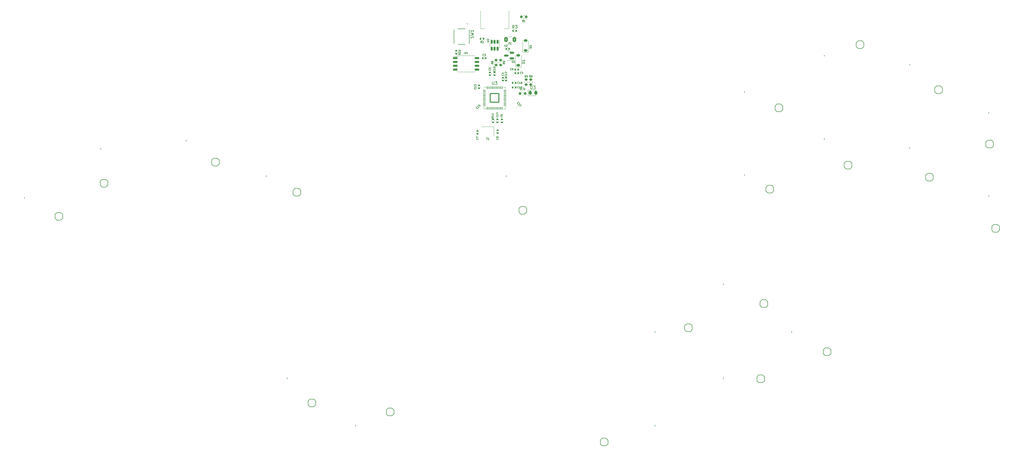
<source format=gbr>
%TF.GenerationSoftware,KiCad,Pcbnew,(7.0.0)*%
%TF.CreationDate,2023-03-04T09:22:39-05:00*%
%TF.ProjectId,ICOF1,49434f46-312e-46b6-9963-61645f706362,rev?*%
%TF.SameCoordinates,Original*%
%TF.FileFunction,Legend,Top*%
%TF.FilePolarity,Positive*%
%FSLAX46Y46*%
G04 Gerber Fmt 4.6, Leading zero omitted, Abs format (unit mm)*
G04 Created by KiCad (PCBNEW (7.0.0)) date 2023-03-04 09:22:39*
%MOMM*%
%LPD*%
G01*
G04 APERTURE LIST*
G04 Aperture macros list*
%AMRoundRect*
0 Rectangle with rounded corners*
0 $1 Rounding radius*
0 $2 $3 $4 $5 $6 $7 $8 $9 X,Y pos of 4 corners*
0 Add a 4 corners polygon primitive as box body*
4,1,4,$2,$3,$4,$5,$6,$7,$8,$9,$2,$3,0*
0 Add four circle primitives for the rounded corners*
1,1,$1+$1,$2,$3*
1,1,$1+$1,$4,$5*
1,1,$1+$1,$6,$7*
1,1,$1+$1,$8,$9*
0 Add four rect primitives between the rounded corners*
20,1,$1+$1,$2,$3,$4,$5,0*
20,1,$1+$1,$4,$5,$6,$7,0*
20,1,$1+$1,$6,$7,$8,$9,0*
20,1,$1+$1,$8,$9,$2,$3,0*%
%AMFreePoly0*
4,1,17,0.425901,0.806901,0.806901,0.425901,0.825500,0.381000,0.825500,-0.381000,0.806901,-0.425901,0.425901,-0.806901,0.381000,-0.825500,-0.381000,-0.825500,-0.425901,-0.806901,-0.806901,-0.425901,-0.825500,-0.381000,-0.825500,0.381000,-0.806901,0.425901,-0.425901,0.806901,-0.381000,0.825500,0.381000,0.825500,0.425901,0.806901,0.425901,0.806901,$1*%
G04 Aperture macros list end*
%ADD10C,0.150000*%
%ADD11C,0.127000*%
%ADD12C,0.200000*%
%ADD13C,0.120000*%
%ADD14C,0.152400*%
%ADD15R,0.750000X1.000000*%
%ADD16RoundRect,0.243750X-0.243750X-0.456250X0.243750X-0.456250X0.243750X0.456250X-0.243750X0.456250X0*%
%ADD17RoundRect,0.200000X-0.200000X-0.275000X0.200000X-0.275000X0.200000X0.275000X-0.200000X0.275000X0*%
%ADD18RoundRect,0.144000X-1.456000X-1.456000X1.456000X-1.456000X1.456000X1.456000X-1.456000X1.456000X0*%
%ADD19RoundRect,0.050000X-0.050000X-0.387500X0.050000X-0.387500X0.050000X0.387500X-0.050000X0.387500X0*%
%ADD20RoundRect,0.050000X-0.387500X-0.050000X0.387500X-0.050000X0.387500X0.050000X-0.387500X0.050000X0*%
%ADD21C,2.374900*%
%ADD22C,1.701800*%
%ADD23C,3.000000*%
%ADD24C,3.987800*%
%ADD25FreePoly0,0.000000*%
%ADD26C,9.000000*%
%ADD27C,8.000000*%
%ADD28RoundRect,0.140000X0.170000X-0.140000X0.170000X0.140000X-0.170000X0.140000X-0.170000X-0.140000X0*%
%ADD29RoundRect,0.200000X-0.275000X0.200000X-0.275000X-0.200000X0.275000X-0.200000X0.275000X0.200000X0*%
%ADD30RoundRect,0.150000X0.587500X0.150000X-0.587500X0.150000X-0.587500X-0.150000X0.587500X-0.150000X0*%
%ADD31RoundRect,0.140000X0.140000X0.170000X-0.140000X0.170000X-0.140000X-0.170000X0.140000X-0.170000X0*%
%ADD32RoundRect,0.200000X0.275000X-0.200000X0.275000X0.200000X-0.275000X0.200000X-0.275000X-0.200000X0*%
%ADD33RoundRect,0.140000X-0.219203X-0.021213X-0.021213X-0.219203X0.219203X0.021213X0.021213X0.219203X0*%
%ADD34RoundRect,0.135000X0.135000X0.185000X-0.135000X0.185000X-0.135000X-0.185000X0.135000X-0.185000X0*%
%ADD35R,1.400000X1.200000*%
%ADD36RoundRect,0.140000X-0.021213X0.219203X-0.219203X0.021213X0.021213X-0.219203X0.219203X-0.021213X0*%
%ADD37RoundRect,0.250000X-0.375000X-0.625000X0.375000X-0.625000X0.375000X0.625000X-0.375000X0.625000X0*%
%ADD38RoundRect,0.225000X0.375000X-0.225000X0.375000X0.225000X-0.375000X0.225000X-0.375000X-0.225000X0*%
%ADD39RoundRect,0.200000X0.200000X0.275000X-0.200000X0.275000X-0.200000X-0.275000X0.200000X-0.275000X0*%
%ADD40RoundRect,0.140000X-0.140000X-0.170000X0.140000X-0.170000X0.140000X0.170000X-0.140000X0.170000X0*%
%ADD41RoundRect,0.135000X0.185000X-0.135000X0.185000X0.135000X-0.185000X0.135000X-0.185000X-0.135000X0*%
%ADD42RoundRect,0.140000X-0.170000X0.140000X-0.170000X-0.140000X0.170000X-0.140000X0.170000X0.140000X0*%
%ADD43RoundRect,0.135000X-0.185000X0.135000X-0.185000X-0.135000X0.185000X-0.135000X0.185000X0.135000X0*%
%ADD44C,8.500000*%
%ADD45RoundRect,0.150000X-0.150000X0.512500X-0.150000X-0.512500X0.150000X-0.512500X0.150000X0.512500X0*%
%ADD46RoundRect,0.135000X-0.135000X-0.185000X0.135000X-0.185000X0.135000X0.185000X-0.135000X0.185000X0*%
%ADD47O,0.800000X1.400000*%
%ADD48C,0.650000*%
%ADD49R,0.300000X0.900000*%
%ADD50R,0.300000X0.700000*%
%ADD51RoundRect,0.150000X-0.650000X-0.150000X0.650000X-0.150000X0.650000X0.150000X-0.650000X0.150000X0*%
G04 APERTURE END LIST*
D10*
%TO.C,SW1*%
X203688761Y-33915439D02*
X203736380Y-33772582D01*
X203736380Y-33772582D02*
X203736380Y-33534487D01*
X203736380Y-33534487D02*
X203688761Y-33439249D01*
X203688761Y-33439249D02*
X203641142Y-33391630D01*
X203641142Y-33391630D02*
X203545904Y-33344011D01*
X203545904Y-33344011D02*
X203450666Y-33344011D01*
X203450666Y-33344011D02*
X203355428Y-33391630D01*
X203355428Y-33391630D02*
X203307809Y-33439249D01*
X203307809Y-33439249D02*
X203260190Y-33534487D01*
X203260190Y-33534487D02*
X203212571Y-33724963D01*
X203212571Y-33724963D02*
X203164952Y-33820201D01*
X203164952Y-33820201D02*
X203117333Y-33867820D01*
X203117333Y-33867820D02*
X203022095Y-33915439D01*
X203022095Y-33915439D02*
X202926857Y-33915439D01*
X202926857Y-33915439D02*
X202831619Y-33867820D01*
X202831619Y-33867820D02*
X202784000Y-33820201D01*
X202784000Y-33820201D02*
X202736380Y-33724963D01*
X202736380Y-33724963D02*
X202736380Y-33486868D01*
X202736380Y-33486868D02*
X202784000Y-33344011D01*
X202736380Y-33010677D02*
X203736380Y-32772582D01*
X203736380Y-32772582D02*
X203022095Y-32582106D01*
X203022095Y-32582106D02*
X203736380Y-32391630D01*
X203736380Y-32391630D02*
X202736380Y-32153535D01*
X203736380Y-31248773D02*
X203736380Y-31820201D01*
X203736380Y-31534487D02*
X202736380Y-31534487D01*
X202736380Y-31534487D02*
X202879238Y-31629725D01*
X202879238Y-31629725D02*
X202974476Y-31724963D01*
X202974476Y-31724963D02*
X203022095Y-31820201D01*
%TO.C,D3*%
X222691905Y-50792380D02*
X222691905Y-49792380D01*
X222691905Y-49792380D02*
X222930000Y-49792380D01*
X222930000Y-49792380D02*
X223072857Y-49840000D01*
X223072857Y-49840000D02*
X223168095Y-49935238D01*
X223168095Y-49935238D02*
X223215714Y-50030476D01*
X223215714Y-50030476D02*
X223263333Y-50220952D01*
X223263333Y-50220952D02*
X223263333Y-50363809D01*
X223263333Y-50363809D02*
X223215714Y-50554285D01*
X223215714Y-50554285D02*
X223168095Y-50649523D01*
X223168095Y-50649523D02*
X223072857Y-50744761D01*
X223072857Y-50744761D02*
X222930000Y-50792380D01*
X222930000Y-50792380D02*
X222691905Y-50792380D01*
X223596667Y-49792380D02*
X224215714Y-49792380D01*
X224215714Y-49792380D02*
X223882381Y-50173333D01*
X223882381Y-50173333D02*
X224025238Y-50173333D01*
X224025238Y-50173333D02*
X224120476Y-50220952D01*
X224120476Y-50220952D02*
X224168095Y-50268571D01*
X224168095Y-50268571D02*
X224215714Y-50363809D01*
X224215714Y-50363809D02*
X224215714Y-50601904D01*
X224215714Y-50601904D02*
X224168095Y-50697142D01*
X224168095Y-50697142D02*
X224120476Y-50744761D01*
X224120476Y-50744761D02*
X224025238Y-50792380D01*
X224025238Y-50792380D02*
X223739524Y-50792380D01*
X223739524Y-50792380D02*
X223644286Y-50744761D01*
X223644286Y-50744761D02*
X223596667Y-50697142D01*
%TO.C,R4*%
X219813333Y-51262380D02*
X219480000Y-50786190D01*
X219241905Y-51262380D02*
X219241905Y-50262380D01*
X219241905Y-50262380D02*
X219622857Y-50262380D01*
X219622857Y-50262380D02*
X219718095Y-50310000D01*
X219718095Y-50310000D02*
X219765714Y-50357619D01*
X219765714Y-50357619D02*
X219813333Y-50452857D01*
X219813333Y-50452857D02*
X219813333Y-50595714D01*
X219813333Y-50595714D02*
X219765714Y-50690952D01*
X219765714Y-50690952D02*
X219718095Y-50738571D01*
X219718095Y-50738571D02*
X219622857Y-50786190D01*
X219622857Y-50786190D02*
X219241905Y-50786190D01*
X220670476Y-50595714D02*
X220670476Y-51262380D01*
X220432381Y-50214761D02*
X220194286Y-50929047D01*
X220194286Y-50929047D02*
X220813333Y-50929047D01*
%TO.C,U3*%
X209942095Y-48349487D02*
X209942095Y-49159011D01*
X209942095Y-49159011D02*
X209989714Y-49254249D01*
X209989714Y-49254249D02*
X210037333Y-49301868D01*
X210037333Y-49301868D02*
X210132571Y-49349487D01*
X210132571Y-49349487D02*
X210323047Y-49349487D01*
X210323047Y-49349487D02*
X210418285Y-49301868D01*
X210418285Y-49301868D02*
X210465904Y-49254249D01*
X210465904Y-49254249D02*
X210513523Y-49159011D01*
X210513523Y-49159011D02*
X210513523Y-48349487D01*
X210894476Y-48349487D02*
X211513523Y-48349487D01*
X211513523Y-48349487D02*
X211180190Y-48730440D01*
X211180190Y-48730440D02*
X211323047Y-48730440D01*
X211323047Y-48730440D02*
X211418285Y-48778059D01*
X211418285Y-48778059D02*
X211465904Y-48825678D01*
X211465904Y-48825678D02*
X211513523Y-48920916D01*
X211513523Y-48920916D02*
X211513523Y-49159011D01*
X211513523Y-49159011D02*
X211465904Y-49254249D01*
X211465904Y-49254249D02*
X211418285Y-49301868D01*
X211418285Y-49301868D02*
X211323047Y-49349487D01*
X211323047Y-49349487D02*
X211037333Y-49349487D01*
X211037333Y-49349487D02*
X210942095Y-49301868D01*
X210942095Y-49301868D02*
X210894476Y-49254249D01*
%TO.C,@HOLE15*%
%TO.C,@HOLE1*%
%TO.C,@HOLE6*%
%TO.C,C13*%
X204472035Y-50488839D02*
X204500607Y-50517411D01*
X204500607Y-50517411D02*
X204529178Y-50603125D01*
X204529178Y-50603125D02*
X204529178Y-50660268D01*
X204529178Y-50660268D02*
X204500607Y-50745982D01*
X204500607Y-50745982D02*
X204443464Y-50803125D01*
X204443464Y-50803125D02*
X204386321Y-50831696D01*
X204386321Y-50831696D02*
X204272035Y-50860268D01*
X204272035Y-50860268D02*
X204186321Y-50860268D01*
X204186321Y-50860268D02*
X204072035Y-50831696D01*
X204072035Y-50831696D02*
X204014892Y-50803125D01*
X204014892Y-50803125D02*
X203957750Y-50745982D01*
X203957750Y-50745982D02*
X203929178Y-50660268D01*
X203929178Y-50660268D02*
X203929178Y-50603125D01*
X203929178Y-50603125D02*
X203957750Y-50517411D01*
X203957750Y-50517411D02*
X203986321Y-50488839D01*
X204529178Y-49917411D02*
X204529178Y-50260268D01*
X204529178Y-50088839D02*
X203929178Y-50088839D01*
X203929178Y-50088839D02*
X204014892Y-50145982D01*
X204014892Y-50145982D02*
X204072035Y-50203125D01*
X204072035Y-50203125D02*
X204100607Y-50260268D01*
X203929178Y-49717410D02*
X203929178Y-49345982D01*
X203929178Y-49345982D02*
X204157750Y-49545982D01*
X204157750Y-49545982D02*
X204157750Y-49460267D01*
X204157750Y-49460267D02*
X204186321Y-49403125D01*
X204186321Y-49403125D02*
X204214892Y-49374553D01*
X204214892Y-49374553D02*
X204272035Y-49345982D01*
X204272035Y-49345982D02*
X204414892Y-49345982D01*
X204414892Y-49345982D02*
X204472035Y-49374553D01*
X204472035Y-49374553D02*
X204500607Y-49403125D01*
X204500607Y-49403125D02*
X204529178Y-49460267D01*
X204529178Y-49460267D02*
X204529178Y-49631696D01*
X204529178Y-49631696D02*
X204500607Y-49688839D01*
X204500607Y-49688839D02*
X204472035Y-49717410D01*
%TO.C,R5*%
X221064000Y-46907535D02*
X220864000Y-46621821D01*
X220721143Y-46907535D02*
X220721143Y-46307535D01*
X220721143Y-46307535D02*
X220949714Y-46307535D01*
X220949714Y-46307535D02*
X221006857Y-46336107D01*
X221006857Y-46336107D02*
X221035428Y-46364678D01*
X221035428Y-46364678D02*
X221064000Y-46421821D01*
X221064000Y-46421821D02*
X221064000Y-46507535D01*
X221064000Y-46507535D02*
X221035428Y-46564678D01*
X221035428Y-46564678D02*
X221006857Y-46593249D01*
X221006857Y-46593249D02*
X220949714Y-46621821D01*
X220949714Y-46621821D02*
X220721143Y-46621821D01*
X221606857Y-46307535D02*
X221321143Y-46307535D01*
X221321143Y-46307535D02*
X221292571Y-46593249D01*
X221292571Y-46593249D02*
X221321143Y-46564678D01*
X221321143Y-46564678D02*
X221378286Y-46536107D01*
X221378286Y-46536107D02*
X221521143Y-46536107D01*
X221521143Y-46536107D02*
X221578286Y-46564678D01*
X221578286Y-46564678D02*
X221606857Y-46593249D01*
X221606857Y-46593249D02*
X221635428Y-46650392D01*
X221635428Y-46650392D02*
X221635428Y-46793249D01*
X221635428Y-46793249D02*
X221606857Y-46850392D01*
X221606857Y-46850392D02*
X221578286Y-46878964D01*
X221578286Y-46878964D02*
X221521143Y-46907535D01*
X221521143Y-46907535D02*
X221378286Y-46907535D01*
X221378286Y-46907535D02*
X221321143Y-46878964D01*
X221321143Y-46878964D02*
X221292571Y-46850392D01*
%TO.C,U1*%
X216519357Y-41447535D02*
X216519357Y-41933249D01*
X216519357Y-41933249D02*
X216547928Y-41990392D01*
X216547928Y-41990392D02*
X216576500Y-42018964D01*
X216576500Y-42018964D02*
X216633642Y-42047535D01*
X216633642Y-42047535D02*
X216747928Y-42047535D01*
X216747928Y-42047535D02*
X216805071Y-42018964D01*
X216805071Y-42018964D02*
X216833642Y-41990392D01*
X216833642Y-41990392D02*
X216862214Y-41933249D01*
X216862214Y-41933249D02*
X216862214Y-41447535D01*
X217462213Y-42047535D02*
X217119356Y-42047535D01*
X217290785Y-42047535D02*
X217290785Y-41447535D01*
X217290785Y-41447535D02*
X217233642Y-41533249D01*
X217233642Y-41533249D02*
X217176499Y-41590392D01*
X217176499Y-41590392D02*
X217119356Y-41618964D01*
%TO.C,@HOLE11*%
%TO.C,@HOLE8*%
%TO.C,C2*%
X214364000Y-36720392D02*
X214335428Y-36748964D01*
X214335428Y-36748964D02*
X214249714Y-36777535D01*
X214249714Y-36777535D02*
X214192571Y-36777535D01*
X214192571Y-36777535D02*
X214106857Y-36748964D01*
X214106857Y-36748964D02*
X214049714Y-36691821D01*
X214049714Y-36691821D02*
X214021143Y-36634678D01*
X214021143Y-36634678D02*
X213992571Y-36520392D01*
X213992571Y-36520392D02*
X213992571Y-36434678D01*
X213992571Y-36434678D02*
X214021143Y-36320392D01*
X214021143Y-36320392D02*
X214049714Y-36263249D01*
X214049714Y-36263249D02*
X214106857Y-36206107D01*
X214106857Y-36206107D02*
X214192571Y-36177535D01*
X214192571Y-36177535D02*
X214249714Y-36177535D01*
X214249714Y-36177535D02*
X214335428Y-36206107D01*
X214335428Y-36206107D02*
X214364000Y-36234678D01*
X214592571Y-36234678D02*
X214621143Y-36206107D01*
X214621143Y-36206107D02*
X214678286Y-36177535D01*
X214678286Y-36177535D02*
X214821143Y-36177535D01*
X214821143Y-36177535D02*
X214878286Y-36206107D01*
X214878286Y-36206107D02*
X214906857Y-36234678D01*
X214906857Y-36234678D02*
X214935428Y-36291821D01*
X214935428Y-36291821D02*
X214935428Y-36348964D01*
X214935428Y-36348964D02*
X214906857Y-36434678D01*
X214906857Y-36434678D02*
X214564000Y-36777535D01*
X214564000Y-36777535D02*
X214935428Y-36777535D01*
%TO.C,@HOLE0*%
%TO.C,R6*%
X222604000Y-46907535D02*
X222404000Y-46621821D01*
X222261143Y-46907535D02*
X222261143Y-46307535D01*
X222261143Y-46307535D02*
X222489714Y-46307535D01*
X222489714Y-46307535D02*
X222546857Y-46336107D01*
X222546857Y-46336107D02*
X222575428Y-46364678D01*
X222575428Y-46364678D02*
X222604000Y-46421821D01*
X222604000Y-46421821D02*
X222604000Y-46507535D01*
X222604000Y-46507535D02*
X222575428Y-46564678D01*
X222575428Y-46564678D02*
X222546857Y-46593249D01*
X222546857Y-46593249D02*
X222489714Y-46621821D01*
X222489714Y-46621821D02*
X222261143Y-46621821D01*
X223118286Y-46307535D02*
X223004000Y-46307535D01*
X223004000Y-46307535D02*
X222946857Y-46336107D01*
X222946857Y-46336107D02*
X222918286Y-46364678D01*
X222918286Y-46364678D02*
X222861143Y-46450392D01*
X222861143Y-46450392D02*
X222832571Y-46564678D01*
X222832571Y-46564678D02*
X222832571Y-46793249D01*
X222832571Y-46793249D02*
X222861143Y-46850392D01*
X222861143Y-46850392D02*
X222889714Y-46878964D01*
X222889714Y-46878964D02*
X222946857Y-46907535D01*
X222946857Y-46907535D02*
X223061143Y-46907535D01*
X223061143Y-46907535D02*
X223118286Y-46878964D01*
X223118286Y-46878964D02*
X223146857Y-46850392D01*
X223146857Y-46850392D02*
X223175428Y-46793249D01*
X223175428Y-46793249D02*
X223175428Y-46650392D01*
X223175428Y-46650392D02*
X223146857Y-46593249D01*
X223146857Y-46593249D02*
X223118286Y-46564678D01*
X223118286Y-46564678D02*
X223061143Y-46536107D01*
X223061143Y-46536107D02*
X222946857Y-46536107D01*
X222946857Y-46536107D02*
X222889714Y-46564678D01*
X222889714Y-46564678D02*
X222861143Y-46593249D01*
X222861143Y-46593249D02*
X222832571Y-46650392D01*
%TO.C,C11*%
X218442042Y-55745474D02*
X218401635Y-55745474D01*
X218401635Y-55745474D02*
X218320823Y-55705068D01*
X218320823Y-55705068D02*
X218280417Y-55664662D01*
X218280417Y-55664662D02*
X218240011Y-55583850D01*
X218240011Y-55583850D02*
X218240011Y-55503038D01*
X218240011Y-55503038D02*
X218260214Y-55442429D01*
X218260214Y-55442429D02*
X218320823Y-55341413D01*
X218320823Y-55341413D02*
X218381432Y-55280804D01*
X218381432Y-55280804D02*
X218482448Y-55220195D01*
X218482448Y-55220195D02*
X218543057Y-55199992D01*
X218543057Y-55199992D02*
X218623869Y-55199992D01*
X218623869Y-55199992D02*
X218704681Y-55240398D01*
X218704681Y-55240398D02*
X218745087Y-55280804D01*
X218745087Y-55280804D02*
X218785493Y-55361616D01*
X218785493Y-55361616D02*
X218785493Y-55402023D01*
X218805696Y-56189942D02*
X218563260Y-55947505D01*
X218684478Y-56068723D02*
X219108742Y-55644459D01*
X219108742Y-55644459D02*
X219007727Y-55664662D01*
X219007727Y-55664662D02*
X218926915Y-55664662D01*
X218926915Y-55664662D02*
X218866306Y-55644459D01*
X219209758Y-56594003D02*
X218967321Y-56351566D01*
X219088540Y-56472785D02*
X219512804Y-56048521D01*
X219512804Y-56048521D02*
X219411788Y-56068724D01*
X219411788Y-56068724D02*
X219330976Y-56068724D01*
X219330976Y-56068724D02*
X219270367Y-56048521D01*
%TO.C,R2*%
X206454000Y-35527535D02*
X206254000Y-35241821D01*
X206111143Y-35527535D02*
X206111143Y-34927535D01*
X206111143Y-34927535D02*
X206339714Y-34927535D01*
X206339714Y-34927535D02*
X206396857Y-34956107D01*
X206396857Y-34956107D02*
X206425428Y-34984678D01*
X206425428Y-34984678D02*
X206454000Y-35041821D01*
X206454000Y-35041821D02*
X206454000Y-35127535D01*
X206454000Y-35127535D02*
X206425428Y-35184678D01*
X206425428Y-35184678D02*
X206396857Y-35213249D01*
X206396857Y-35213249D02*
X206339714Y-35241821D01*
X206339714Y-35241821D02*
X206111143Y-35241821D01*
X206682571Y-34984678D02*
X206711143Y-34956107D01*
X206711143Y-34956107D02*
X206768286Y-34927535D01*
X206768286Y-34927535D02*
X206911143Y-34927535D01*
X206911143Y-34927535D02*
X206968286Y-34956107D01*
X206968286Y-34956107D02*
X206996857Y-34984678D01*
X206996857Y-34984678D02*
X207025428Y-35041821D01*
X207025428Y-35041821D02*
X207025428Y-35098964D01*
X207025428Y-35098964D02*
X206996857Y-35184678D01*
X206996857Y-35184678D02*
X206654000Y-35527535D01*
X206654000Y-35527535D02*
X207025428Y-35527535D01*
%TO.C,Y1*%
X208132285Y-67331071D02*
X208132285Y-67616785D01*
X207932285Y-67016785D02*
X208132285Y-67331071D01*
X208132285Y-67331071D02*
X208332285Y-67016785D01*
X208846571Y-67616785D02*
X208503714Y-67616785D01*
X208675143Y-67616785D02*
X208675143Y-67016785D01*
X208675143Y-67016785D02*
X208618000Y-67102499D01*
X208618000Y-67102499D02*
X208560857Y-67159642D01*
X208560857Y-67159642D02*
X208503714Y-67188214D01*
%TO.C,C15*%
X205115712Y-57153570D02*
X205115712Y-57193977D01*
X205115712Y-57193977D02*
X205075306Y-57274789D01*
X205075306Y-57274789D02*
X205034900Y-57315195D01*
X205034900Y-57315195D02*
X204954088Y-57355601D01*
X204954088Y-57355601D02*
X204873276Y-57355601D01*
X204873276Y-57355601D02*
X204812667Y-57335398D01*
X204812667Y-57335398D02*
X204711651Y-57274789D01*
X204711651Y-57274789D02*
X204651042Y-57214180D01*
X204651042Y-57214180D02*
X204590433Y-57113164D01*
X204590433Y-57113164D02*
X204570230Y-57052555D01*
X204570230Y-57052555D02*
X204570230Y-56971743D01*
X204570230Y-56971743D02*
X204610636Y-56890931D01*
X204610636Y-56890931D02*
X204651042Y-56850525D01*
X204651042Y-56850525D02*
X204731854Y-56810119D01*
X204731854Y-56810119D02*
X204772261Y-56810119D01*
X205560180Y-56789916D02*
X205317743Y-57032352D01*
X205438961Y-56911134D02*
X205014697Y-56486870D01*
X205014697Y-56486870D02*
X205034900Y-56587885D01*
X205034900Y-56587885D02*
X205034900Y-56668697D01*
X205034900Y-56668697D02*
X205014697Y-56729306D01*
X205519774Y-55981793D02*
X205317743Y-56183824D01*
X205317743Y-56183824D02*
X205499571Y-56406057D01*
X205499571Y-56406057D02*
X205499571Y-56365651D01*
X205499571Y-56365651D02*
X205519774Y-56305042D01*
X205519774Y-56305042D02*
X205620789Y-56204027D01*
X205620789Y-56204027D02*
X205681398Y-56183824D01*
X205681398Y-56183824D02*
X205721804Y-56183824D01*
X205721804Y-56183824D02*
X205782413Y-56204027D01*
X205782413Y-56204027D02*
X205883429Y-56305042D01*
X205883429Y-56305042D02*
X205903632Y-56365651D01*
X205903632Y-56365651D02*
X205903632Y-56406057D01*
X205903632Y-56406057D02*
X205883429Y-56466666D01*
X205883429Y-56466666D02*
X205782413Y-56567682D01*
X205782413Y-56567682D02*
X205721804Y-56587885D01*
X205721804Y-56587885D02*
X205681398Y-56587885D01*
%TO.C,C8*%
X211847285Y-67247106D02*
X211875857Y-67275678D01*
X211875857Y-67275678D02*
X211904428Y-67361392D01*
X211904428Y-67361392D02*
X211904428Y-67418535D01*
X211904428Y-67418535D02*
X211875857Y-67504249D01*
X211875857Y-67504249D02*
X211818714Y-67561392D01*
X211818714Y-67561392D02*
X211761571Y-67589963D01*
X211761571Y-67589963D02*
X211647285Y-67618535D01*
X211647285Y-67618535D02*
X211561571Y-67618535D01*
X211561571Y-67618535D02*
X211447285Y-67589963D01*
X211447285Y-67589963D02*
X211390142Y-67561392D01*
X211390142Y-67561392D02*
X211333000Y-67504249D01*
X211333000Y-67504249D02*
X211304428Y-67418535D01*
X211304428Y-67418535D02*
X211304428Y-67361392D01*
X211304428Y-67361392D02*
X211333000Y-67275678D01*
X211333000Y-67275678D02*
X211361571Y-67247106D01*
X211561571Y-66904249D02*
X211533000Y-66961392D01*
X211533000Y-66961392D02*
X211504428Y-66989963D01*
X211504428Y-66989963D02*
X211447285Y-67018535D01*
X211447285Y-67018535D02*
X211418714Y-67018535D01*
X211418714Y-67018535D02*
X211361571Y-66989963D01*
X211361571Y-66989963D02*
X211333000Y-66961392D01*
X211333000Y-66961392D02*
X211304428Y-66904249D01*
X211304428Y-66904249D02*
X211304428Y-66789963D01*
X211304428Y-66789963D02*
X211333000Y-66732821D01*
X211333000Y-66732821D02*
X211361571Y-66704249D01*
X211361571Y-66704249D02*
X211418714Y-66675678D01*
X211418714Y-66675678D02*
X211447285Y-66675678D01*
X211447285Y-66675678D02*
X211504428Y-66704249D01*
X211504428Y-66704249D02*
X211533000Y-66732821D01*
X211533000Y-66732821D02*
X211561571Y-66789963D01*
X211561571Y-66789963D02*
X211561571Y-66904249D01*
X211561571Y-66904249D02*
X211590142Y-66961392D01*
X211590142Y-66961392D02*
X211618714Y-66989963D01*
X211618714Y-66989963D02*
X211675857Y-67018535D01*
X211675857Y-67018535D02*
X211790142Y-67018535D01*
X211790142Y-67018535D02*
X211847285Y-66989963D01*
X211847285Y-66989963D02*
X211875857Y-66961392D01*
X211875857Y-66961392D02*
X211904428Y-66904249D01*
X211904428Y-66904249D02*
X211904428Y-66789963D01*
X211904428Y-66789963D02*
X211875857Y-66732821D01*
X211875857Y-66732821D02*
X211847285Y-66704249D01*
X211847285Y-66704249D02*
X211790142Y-66675678D01*
X211790142Y-66675678D02*
X211675857Y-66675678D01*
X211675857Y-66675678D02*
X211618714Y-66704249D01*
X211618714Y-66704249D02*
X211590142Y-66732821D01*
X211590142Y-66732821D02*
X211561571Y-66789963D01*
%TO.C,F1*%
X215634000Y-35783249D02*
X215434000Y-35783249D01*
X215434000Y-36097535D02*
X215434000Y-35497535D01*
X215434000Y-35497535D02*
X215719714Y-35497535D01*
X216262571Y-36097535D02*
X215919714Y-36097535D01*
X216091143Y-36097535D02*
X216091143Y-35497535D01*
X216091143Y-35497535D02*
X216034000Y-35583249D01*
X216034000Y-35583249D02*
X215976857Y-35640392D01*
X215976857Y-35640392D02*
X215919714Y-35668964D01*
%TO.C,@HOLE4*%
%TO.C,D2*%
X222974428Y-37229963D02*
X222374428Y-37229963D01*
X222374428Y-37229963D02*
X222374428Y-37087106D01*
X222374428Y-37087106D02*
X222403000Y-37001392D01*
X222403000Y-37001392D02*
X222460142Y-36944249D01*
X222460142Y-36944249D02*
X222517285Y-36915678D01*
X222517285Y-36915678D02*
X222631571Y-36887106D01*
X222631571Y-36887106D02*
X222717285Y-36887106D01*
X222717285Y-36887106D02*
X222831571Y-36915678D01*
X222831571Y-36915678D02*
X222888714Y-36944249D01*
X222888714Y-36944249D02*
X222945857Y-37001392D01*
X222945857Y-37001392D02*
X222974428Y-37087106D01*
X222974428Y-37087106D02*
X222974428Y-37229963D01*
X222431571Y-36658535D02*
X222403000Y-36629963D01*
X222403000Y-36629963D02*
X222374428Y-36572821D01*
X222374428Y-36572821D02*
X222374428Y-36429963D01*
X222374428Y-36429963D02*
X222403000Y-36372821D01*
X222403000Y-36372821D02*
X222431571Y-36344249D01*
X222431571Y-36344249D02*
X222488714Y-36315678D01*
X222488714Y-36315678D02*
X222545857Y-36315678D01*
X222545857Y-36315678D02*
X222631571Y-36344249D01*
X222631571Y-36344249D02*
X222974428Y-36687106D01*
X222974428Y-36687106D02*
X222974428Y-36315678D01*
%TO.C,R1*%
X220280000Y-28500428D02*
X220080000Y-28214714D01*
X219937143Y-28500428D02*
X219937143Y-27900428D01*
X219937143Y-27900428D02*
X220165714Y-27900428D01*
X220165714Y-27900428D02*
X220222857Y-27929000D01*
X220222857Y-27929000D02*
X220251428Y-27957571D01*
X220251428Y-27957571D02*
X220280000Y-28014714D01*
X220280000Y-28014714D02*
X220280000Y-28100428D01*
X220280000Y-28100428D02*
X220251428Y-28157571D01*
X220251428Y-28157571D02*
X220222857Y-28186142D01*
X220222857Y-28186142D02*
X220165714Y-28214714D01*
X220165714Y-28214714D02*
X219937143Y-28214714D01*
X220851428Y-28500428D02*
X220508571Y-28500428D01*
X220680000Y-28500428D02*
X220680000Y-27900428D01*
X220680000Y-27900428D02*
X220622857Y-27986142D01*
X220622857Y-27986142D02*
X220565714Y-28043285D01*
X220565714Y-28043285D02*
X220508571Y-28071857D01*
%TO.C,C9*%
X216314000Y-44495392D02*
X216285428Y-44523964D01*
X216285428Y-44523964D02*
X216199714Y-44552535D01*
X216199714Y-44552535D02*
X216142571Y-44552535D01*
X216142571Y-44552535D02*
X216056857Y-44523964D01*
X216056857Y-44523964D02*
X215999714Y-44466821D01*
X215999714Y-44466821D02*
X215971143Y-44409678D01*
X215971143Y-44409678D02*
X215942571Y-44295392D01*
X215942571Y-44295392D02*
X215942571Y-44209678D01*
X215942571Y-44209678D02*
X215971143Y-44095392D01*
X215971143Y-44095392D02*
X215999714Y-44038249D01*
X215999714Y-44038249D02*
X216056857Y-43981107D01*
X216056857Y-43981107D02*
X216142571Y-43952535D01*
X216142571Y-43952535D02*
X216199714Y-43952535D01*
X216199714Y-43952535D02*
X216285428Y-43981107D01*
X216285428Y-43981107D02*
X216314000Y-44009678D01*
X216599714Y-44552535D02*
X216714000Y-44552535D01*
X216714000Y-44552535D02*
X216771143Y-44523964D01*
X216771143Y-44523964D02*
X216799714Y-44495392D01*
X216799714Y-44495392D02*
X216856857Y-44409678D01*
X216856857Y-44409678D02*
X216885428Y-44295392D01*
X216885428Y-44295392D02*
X216885428Y-44066821D01*
X216885428Y-44066821D02*
X216856857Y-44009678D01*
X216856857Y-44009678D02*
X216828286Y-43981107D01*
X216828286Y-43981107D02*
X216771143Y-43952535D01*
X216771143Y-43952535D02*
X216656857Y-43952535D01*
X216656857Y-43952535D02*
X216599714Y-43981107D01*
X216599714Y-43981107D02*
X216571143Y-44009678D01*
X216571143Y-44009678D02*
X216542571Y-44066821D01*
X216542571Y-44066821D02*
X216542571Y-44209678D01*
X216542571Y-44209678D02*
X216571143Y-44266821D01*
X216571143Y-44266821D02*
X216599714Y-44295392D01*
X216599714Y-44295392D02*
X216656857Y-44323964D01*
X216656857Y-44323964D02*
X216771143Y-44323964D01*
X216771143Y-44323964D02*
X216828286Y-44295392D01*
X216828286Y-44295392D02*
X216856857Y-44266821D01*
X216856857Y-44266821D02*
X216885428Y-44209678D01*
%TO.C,@HOLE3*%
%TO.C,C1*%
X219554000Y-45695392D02*
X219525428Y-45723964D01*
X219525428Y-45723964D02*
X219439714Y-45752535D01*
X219439714Y-45752535D02*
X219382571Y-45752535D01*
X219382571Y-45752535D02*
X219296857Y-45723964D01*
X219296857Y-45723964D02*
X219239714Y-45666821D01*
X219239714Y-45666821D02*
X219211143Y-45609678D01*
X219211143Y-45609678D02*
X219182571Y-45495392D01*
X219182571Y-45495392D02*
X219182571Y-45409678D01*
X219182571Y-45409678D02*
X219211143Y-45295392D01*
X219211143Y-45295392D02*
X219239714Y-45238249D01*
X219239714Y-45238249D02*
X219296857Y-45181107D01*
X219296857Y-45181107D02*
X219382571Y-45152535D01*
X219382571Y-45152535D02*
X219439714Y-45152535D01*
X219439714Y-45152535D02*
X219525428Y-45181107D01*
X219525428Y-45181107D02*
X219554000Y-45209678D01*
X220125428Y-45752535D02*
X219782571Y-45752535D01*
X219954000Y-45752535D02*
X219954000Y-45152535D01*
X219954000Y-45152535D02*
X219896857Y-45238249D01*
X219896857Y-45238249D02*
X219839714Y-45295392D01*
X219839714Y-45295392D02*
X219782571Y-45323964D01*
%TO.C,@HOLE5*%
%TO.C,C4*%
X213637285Y-45987106D02*
X213665857Y-46015678D01*
X213665857Y-46015678D02*
X213694428Y-46101392D01*
X213694428Y-46101392D02*
X213694428Y-46158535D01*
X213694428Y-46158535D02*
X213665857Y-46244249D01*
X213665857Y-46244249D02*
X213608714Y-46301392D01*
X213608714Y-46301392D02*
X213551571Y-46329963D01*
X213551571Y-46329963D02*
X213437285Y-46358535D01*
X213437285Y-46358535D02*
X213351571Y-46358535D01*
X213351571Y-46358535D02*
X213237285Y-46329963D01*
X213237285Y-46329963D02*
X213180142Y-46301392D01*
X213180142Y-46301392D02*
X213123000Y-46244249D01*
X213123000Y-46244249D02*
X213094428Y-46158535D01*
X213094428Y-46158535D02*
X213094428Y-46101392D01*
X213094428Y-46101392D02*
X213123000Y-46015678D01*
X213123000Y-46015678D02*
X213151571Y-45987106D01*
X213294428Y-45472821D02*
X213694428Y-45472821D01*
X213065857Y-45615678D02*
X213494428Y-45758535D01*
X213494428Y-45758535D02*
X213494428Y-45387106D01*
%TO.C,R11*%
X210353428Y-60102464D02*
X210067714Y-60302464D01*
X210353428Y-60445321D02*
X209753428Y-60445321D01*
X209753428Y-60445321D02*
X209753428Y-60216750D01*
X209753428Y-60216750D02*
X209782000Y-60159607D01*
X209782000Y-60159607D02*
X209810571Y-60131036D01*
X209810571Y-60131036D02*
X209867714Y-60102464D01*
X209867714Y-60102464D02*
X209953428Y-60102464D01*
X209953428Y-60102464D02*
X210010571Y-60131036D01*
X210010571Y-60131036D02*
X210039142Y-60159607D01*
X210039142Y-60159607D02*
X210067714Y-60216750D01*
X210067714Y-60216750D02*
X210067714Y-60445321D01*
X210353428Y-59531036D02*
X210353428Y-59873893D01*
X210353428Y-59702464D02*
X209753428Y-59702464D01*
X209753428Y-59702464D02*
X209839142Y-59759607D01*
X209839142Y-59759607D02*
X209896285Y-59816750D01*
X209896285Y-59816750D02*
X209924857Y-59873893D01*
X210353428Y-58959607D02*
X210353428Y-59302464D01*
X210353428Y-59131035D02*
X209753428Y-59131035D01*
X209753428Y-59131035D02*
X209839142Y-59188178D01*
X209839142Y-59188178D02*
X209896285Y-59245321D01*
X209896285Y-59245321D02*
X209924857Y-59302464D01*
%TO.C,C6*%
X213267285Y-59807106D02*
X213295857Y-59835678D01*
X213295857Y-59835678D02*
X213324428Y-59921392D01*
X213324428Y-59921392D02*
X213324428Y-59978535D01*
X213324428Y-59978535D02*
X213295857Y-60064249D01*
X213295857Y-60064249D02*
X213238714Y-60121392D01*
X213238714Y-60121392D02*
X213181571Y-60149963D01*
X213181571Y-60149963D02*
X213067285Y-60178535D01*
X213067285Y-60178535D02*
X212981571Y-60178535D01*
X212981571Y-60178535D02*
X212867285Y-60149963D01*
X212867285Y-60149963D02*
X212810142Y-60121392D01*
X212810142Y-60121392D02*
X212753000Y-60064249D01*
X212753000Y-60064249D02*
X212724428Y-59978535D01*
X212724428Y-59978535D02*
X212724428Y-59921392D01*
X212724428Y-59921392D02*
X212753000Y-59835678D01*
X212753000Y-59835678D02*
X212781571Y-59807106D01*
X212724428Y-59292821D02*
X212724428Y-59407106D01*
X212724428Y-59407106D02*
X212753000Y-59464249D01*
X212753000Y-59464249D02*
X212781571Y-59492821D01*
X212781571Y-59492821D02*
X212867285Y-59549963D01*
X212867285Y-59549963D02*
X212981571Y-59578535D01*
X212981571Y-59578535D02*
X213210142Y-59578535D01*
X213210142Y-59578535D02*
X213267285Y-59549963D01*
X213267285Y-59549963D02*
X213295857Y-59521392D01*
X213295857Y-59521392D02*
X213324428Y-59464249D01*
X213324428Y-59464249D02*
X213324428Y-59349963D01*
X213324428Y-59349963D02*
X213295857Y-59292821D01*
X213295857Y-59292821D02*
X213267285Y-59264249D01*
X213267285Y-59264249D02*
X213210142Y-59235678D01*
X213210142Y-59235678D02*
X213067285Y-59235678D01*
X213067285Y-59235678D02*
X213010142Y-59264249D01*
X213010142Y-59264249D02*
X212981571Y-59292821D01*
X212981571Y-59292821D02*
X212953000Y-59349963D01*
X212953000Y-59349963D02*
X212953000Y-59464249D01*
X212953000Y-59464249D02*
X212981571Y-59521392D01*
X212981571Y-59521392D02*
X213010142Y-59549963D01*
X213010142Y-59549963D02*
X213067285Y-59578535D01*
%TO.C,C16*%
X218678285Y-48990392D02*
X218649713Y-49018964D01*
X218649713Y-49018964D02*
X218563999Y-49047535D01*
X218563999Y-49047535D02*
X218506856Y-49047535D01*
X218506856Y-49047535D02*
X218421142Y-49018964D01*
X218421142Y-49018964D02*
X218363999Y-48961821D01*
X218363999Y-48961821D02*
X218335428Y-48904678D01*
X218335428Y-48904678D02*
X218306856Y-48790392D01*
X218306856Y-48790392D02*
X218306856Y-48704678D01*
X218306856Y-48704678D02*
X218335428Y-48590392D01*
X218335428Y-48590392D02*
X218363999Y-48533249D01*
X218363999Y-48533249D02*
X218421142Y-48476107D01*
X218421142Y-48476107D02*
X218506856Y-48447535D01*
X218506856Y-48447535D02*
X218563999Y-48447535D01*
X218563999Y-48447535D02*
X218649713Y-48476107D01*
X218649713Y-48476107D02*
X218678285Y-48504678D01*
X219249713Y-49047535D02*
X218906856Y-49047535D01*
X219078285Y-49047535D02*
X219078285Y-48447535D01*
X219078285Y-48447535D02*
X219021142Y-48533249D01*
X219021142Y-48533249D02*
X218963999Y-48590392D01*
X218963999Y-48590392D02*
X218906856Y-48618964D01*
X219764000Y-48447535D02*
X219649714Y-48447535D01*
X219649714Y-48447535D02*
X219592571Y-48476107D01*
X219592571Y-48476107D02*
X219564000Y-48504678D01*
X219564000Y-48504678D02*
X219506857Y-48590392D01*
X219506857Y-48590392D02*
X219478285Y-48704678D01*
X219478285Y-48704678D02*
X219478285Y-48933249D01*
X219478285Y-48933249D02*
X219506857Y-48990392D01*
X219506857Y-48990392D02*
X219535428Y-49018964D01*
X219535428Y-49018964D02*
X219592571Y-49047535D01*
X219592571Y-49047535D02*
X219706857Y-49047535D01*
X219706857Y-49047535D02*
X219764000Y-49018964D01*
X219764000Y-49018964D02*
X219792571Y-48990392D01*
X219792571Y-48990392D02*
X219821142Y-48933249D01*
X219821142Y-48933249D02*
X219821142Y-48790392D01*
X219821142Y-48790392D02*
X219792571Y-48733249D01*
X219792571Y-48733249D02*
X219764000Y-48704678D01*
X219764000Y-48704678D02*
X219706857Y-48676107D01*
X219706857Y-48676107D02*
X219592571Y-48676107D01*
X219592571Y-48676107D02*
X219535428Y-48704678D01*
X219535428Y-48704678D02*
X219506857Y-48733249D01*
X219506857Y-48733249D02*
X219478285Y-48790392D01*
%TO.C,@HOLE10*%
%TO.C,C12*%
X214637285Y-46272821D02*
X214665857Y-46301393D01*
X214665857Y-46301393D02*
X214694428Y-46387107D01*
X214694428Y-46387107D02*
X214694428Y-46444250D01*
X214694428Y-46444250D02*
X214665857Y-46529964D01*
X214665857Y-46529964D02*
X214608714Y-46587107D01*
X214608714Y-46587107D02*
X214551571Y-46615678D01*
X214551571Y-46615678D02*
X214437285Y-46644250D01*
X214437285Y-46644250D02*
X214351571Y-46644250D01*
X214351571Y-46644250D02*
X214237285Y-46615678D01*
X214237285Y-46615678D02*
X214180142Y-46587107D01*
X214180142Y-46587107D02*
X214123000Y-46529964D01*
X214123000Y-46529964D02*
X214094428Y-46444250D01*
X214094428Y-46444250D02*
X214094428Y-46387107D01*
X214094428Y-46387107D02*
X214123000Y-46301393D01*
X214123000Y-46301393D02*
X214151571Y-46272821D01*
X214694428Y-45701393D02*
X214694428Y-46044250D01*
X214694428Y-45872821D02*
X214094428Y-45872821D01*
X214094428Y-45872821D02*
X214180142Y-45929964D01*
X214180142Y-45929964D02*
X214237285Y-45987107D01*
X214237285Y-45987107D02*
X214265857Y-46044250D01*
X214151571Y-45472821D02*
X214123000Y-45444249D01*
X214123000Y-45444249D02*
X214094428Y-45387107D01*
X214094428Y-45387107D02*
X214094428Y-45244249D01*
X214094428Y-45244249D02*
X214123000Y-45187107D01*
X214123000Y-45187107D02*
X214151571Y-45158535D01*
X214151571Y-45158535D02*
X214208714Y-45129964D01*
X214208714Y-45129964D02*
X214265857Y-45129964D01*
X214265857Y-45129964D02*
X214351571Y-45158535D01*
X214351571Y-45158535D02*
X214694428Y-45501392D01*
X214694428Y-45501392D02*
X214694428Y-45129964D01*
%TO.C,C3*%
X207124000Y-39750392D02*
X207095428Y-39778964D01*
X207095428Y-39778964D02*
X207009714Y-39807535D01*
X207009714Y-39807535D02*
X206952571Y-39807535D01*
X206952571Y-39807535D02*
X206866857Y-39778964D01*
X206866857Y-39778964D02*
X206809714Y-39721821D01*
X206809714Y-39721821D02*
X206781143Y-39664678D01*
X206781143Y-39664678D02*
X206752571Y-39550392D01*
X206752571Y-39550392D02*
X206752571Y-39464678D01*
X206752571Y-39464678D02*
X206781143Y-39350392D01*
X206781143Y-39350392D02*
X206809714Y-39293249D01*
X206809714Y-39293249D02*
X206866857Y-39236107D01*
X206866857Y-39236107D02*
X206952571Y-39207535D01*
X206952571Y-39207535D02*
X207009714Y-39207535D01*
X207009714Y-39207535D02*
X207095428Y-39236107D01*
X207095428Y-39236107D02*
X207124000Y-39264678D01*
X207324000Y-39207535D02*
X207695428Y-39207535D01*
X207695428Y-39207535D02*
X207495428Y-39436107D01*
X207495428Y-39436107D02*
X207581143Y-39436107D01*
X207581143Y-39436107D02*
X207638286Y-39464678D01*
X207638286Y-39464678D02*
X207666857Y-39493249D01*
X207666857Y-39493249D02*
X207695428Y-39550392D01*
X207695428Y-39550392D02*
X207695428Y-39693249D01*
X207695428Y-39693249D02*
X207666857Y-39750392D01*
X207666857Y-39750392D02*
X207638286Y-39778964D01*
X207638286Y-39778964D02*
X207581143Y-39807535D01*
X207581143Y-39807535D02*
X207409714Y-39807535D01*
X207409714Y-39807535D02*
X207352571Y-39778964D01*
X207352571Y-39778964D02*
X207324000Y-39750392D01*
%TO.C,C7*%
X205157285Y-67257106D02*
X205185857Y-67285678D01*
X205185857Y-67285678D02*
X205214428Y-67371392D01*
X205214428Y-67371392D02*
X205214428Y-67428535D01*
X205214428Y-67428535D02*
X205185857Y-67514249D01*
X205185857Y-67514249D02*
X205128714Y-67571392D01*
X205128714Y-67571392D02*
X205071571Y-67599963D01*
X205071571Y-67599963D02*
X204957285Y-67628535D01*
X204957285Y-67628535D02*
X204871571Y-67628535D01*
X204871571Y-67628535D02*
X204757285Y-67599963D01*
X204757285Y-67599963D02*
X204700142Y-67571392D01*
X204700142Y-67571392D02*
X204643000Y-67514249D01*
X204643000Y-67514249D02*
X204614428Y-67428535D01*
X204614428Y-67428535D02*
X204614428Y-67371392D01*
X204614428Y-67371392D02*
X204643000Y-67285678D01*
X204643000Y-67285678D02*
X204671571Y-67257106D01*
X204614428Y-67057106D02*
X204614428Y-66657106D01*
X204614428Y-66657106D02*
X205214428Y-66914249D01*
%TO.C,@HOLE12*%
%TO.C,R9*%
X214114428Y-42147106D02*
X213828714Y-42347106D01*
X214114428Y-42489963D02*
X213514428Y-42489963D01*
X213514428Y-42489963D02*
X213514428Y-42261392D01*
X213514428Y-42261392D02*
X213543000Y-42204249D01*
X213543000Y-42204249D02*
X213571571Y-42175678D01*
X213571571Y-42175678D02*
X213628714Y-42147106D01*
X213628714Y-42147106D02*
X213714428Y-42147106D01*
X213714428Y-42147106D02*
X213771571Y-42175678D01*
X213771571Y-42175678D02*
X213800142Y-42204249D01*
X213800142Y-42204249D02*
X213828714Y-42261392D01*
X213828714Y-42261392D02*
X213828714Y-42489963D01*
X214114428Y-41861392D02*
X214114428Y-41747106D01*
X214114428Y-41747106D02*
X214085857Y-41689963D01*
X214085857Y-41689963D02*
X214057285Y-41661392D01*
X214057285Y-41661392D02*
X213971571Y-41604249D01*
X213971571Y-41604249D02*
X213857285Y-41575678D01*
X213857285Y-41575678D02*
X213628714Y-41575678D01*
X213628714Y-41575678D02*
X213571571Y-41604249D01*
X213571571Y-41604249D02*
X213543000Y-41632821D01*
X213543000Y-41632821D02*
X213514428Y-41689963D01*
X213514428Y-41689963D02*
X213514428Y-41804249D01*
X213514428Y-41804249D02*
X213543000Y-41861392D01*
X213543000Y-41861392D02*
X213571571Y-41889963D01*
X213571571Y-41889963D02*
X213628714Y-41918535D01*
X213628714Y-41918535D02*
X213771571Y-41918535D01*
X213771571Y-41918535D02*
X213828714Y-41889963D01*
X213828714Y-41889963D02*
X213857285Y-41861392D01*
X213857285Y-41861392D02*
X213885857Y-41804249D01*
X213885857Y-41804249D02*
X213885857Y-41689963D01*
X213885857Y-41689963D02*
X213857285Y-41632821D01*
X213857285Y-41632821D02*
X213828714Y-41604249D01*
X213828714Y-41604249D02*
X213771571Y-41575678D01*
%TO.C,R10*%
X199364428Y-39012821D02*
X199078714Y-39212821D01*
X199364428Y-39355678D02*
X198764428Y-39355678D01*
X198764428Y-39355678D02*
X198764428Y-39127107D01*
X198764428Y-39127107D02*
X198793000Y-39069964D01*
X198793000Y-39069964D02*
X198821571Y-39041393D01*
X198821571Y-39041393D02*
X198878714Y-39012821D01*
X198878714Y-39012821D02*
X198964428Y-39012821D01*
X198964428Y-39012821D02*
X199021571Y-39041393D01*
X199021571Y-39041393D02*
X199050142Y-39069964D01*
X199050142Y-39069964D02*
X199078714Y-39127107D01*
X199078714Y-39127107D02*
X199078714Y-39355678D01*
X199364428Y-38441393D02*
X199364428Y-38784250D01*
X199364428Y-38612821D02*
X198764428Y-38612821D01*
X198764428Y-38612821D02*
X198850142Y-38669964D01*
X198850142Y-38669964D02*
X198907285Y-38727107D01*
X198907285Y-38727107D02*
X198935857Y-38784250D01*
X198764428Y-38069964D02*
X198764428Y-38012821D01*
X198764428Y-38012821D02*
X198793000Y-37955678D01*
X198793000Y-37955678D02*
X198821571Y-37927107D01*
X198821571Y-37927107D02*
X198878714Y-37898535D01*
X198878714Y-37898535D02*
X198993000Y-37869964D01*
X198993000Y-37869964D02*
X199135857Y-37869964D01*
X199135857Y-37869964D02*
X199250142Y-37898535D01*
X199250142Y-37898535D02*
X199307285Y-37927107D01*
X199307285Y-37927107D02*
X199335857Y-37955678D01*
X199335857Y-37955678D02*
X199364428Y-38012821D01*
X199364428Y-38012821D02*
X199364428Y-38069964D01*
X199364428Y-38069964D02*
X199335857Y-38127107D01*
X199335857Y-38127107D02*
X199307285Y-38155678D01*
X199307285Y-38155678D02*
X199250142Y-38184249D01*
X199250142Y-38184249D02*
X199135857Y-38212821D01*
X199135857Y-38212821D02*
X198993000Y-38212821D01*
X198993000Y-38212821D02*
X198878714Y-38184249D01*
X198878714Y-38184249D02*
X198821571Y-38155678D01*
X198821571Y-38155678D02*
X198793000Y-38127107D01*
X198793000Y-38127107D02*
X198764428Y-38069964D01*
%TO.C,@HOLE7*%
%TO.C,R8*%
X210214428Y-42147106D02*
X209928714Y-42347106D01*
X210214428Y-42489963D02*
X209614428Y-42489963D01*
X209614428Y-42489963D02*
X209614428Y-42261392D01*
X209614428Y-42261392D02*
X209643000Y-42204249D01*
X209643000Y-42204249D02*
X209671571Y-42175678D01*
X209671571Y-42175678D02*
X209728714Y-42147106D01*
X209728714Y-42147106D02*
X209814428Y-42147106D01*
X209814428Y-42147106D02*
X209871571Y-42175678D01*
X209871571Y-42175678D02*
X209900142Y-42204249D01*
X209900142Y-42204249D02*
X209928714Y-42261392D01*
X209928714Y-42261392D02*
X209928714Y-42489963D01*
X209871571Y-41804249D02*
X209843000Y-41861392D01*
X209843000Y-41861392D02*
X209814428Y-41889963D01*
X209814428Y-41889963D02*
X209757285Y-41918535D01*
X209757285Y-41918535D02*
X209728714Y-41918535D01*
X209728714Y-41918535D02*
X209671571Y-41889963D01*
X209671571Y-41889963D02*
X209643000Y-41861392D01*
X209643000Y-41861392D02*
X209614428Y-41804249D01*
X209614428Y-41804249D02*
X209614428Y-41689963D01*
X209614428Y-41689963D02*
X209643000Y-41632821D01*
X209643000Y-41632821D02*
X209671571Y-41604249D01*
X209671571Y-41604249D02*
X209728714Y-41575678D01*
X209728714Y-41575678D02*
X209757285Y-41575678D01*
X209757285Y-41575678D02*
X209814428Y-41604249D01*
X209814428Y-41604249D02*
X209843000Y-41632821D01*
X209843000Y-41632821D02*
X209871571Y-41689963D01*
X209871571Y-41689963D02*
X209871571Y-41804249D01*
X209871571Y-41804249D02*
X209900142Y-41861392D01*
X209900142Y-41861392D02*
X209928714Y-41889963D01*
X209928714Y-41889963D02*
X209985857Y-41918535D01*
X209985857Y-41918535D02*
X210100142Y-41918535D01*
X210100142Y-41918535D02*
X210157285Y-41889963D01*
X210157285Y-41889963D02*
X210185857Y-41861392D01*
X210185857Y-41861392D02*
X210214428Y-41804249D01*
X210214428Y-41804249D02*
X210214428Y-41689963D01*
X210214428Y-41689963D02*
X210185857Y-41632821D01*
X210185857Y-41632821D02*
X210157285Y-41604249D01*
X210157285Y-41604249D02*
X210100142Y-41575678D01*
X210100142Y-41575678D02*
X209985857Y-41575678D01*
X209985857Y-41575678D02*
X209928714Y-41604249D01*
X209928714Y-41604249D02*
X209900142Y-41632821D01*
X209900142Y-41632821D02*
X209871571Y-41689963D01*
%TO.C,C10*%
X210867285Y-44592821D02*
X210895857Y-44621393D01*
X210895857Y-44621393D02*
X210924428Y-44707107D01*
X210924428Y-44707107D02*
X210924428Y-44764250D01*
X210924428Y-44764250D02*
X210895857Y-44849964D01*
X210895857Y-44849964D02*
X210838714Y-44907107D01*
X210838714Y-44907107D02*
X210781571Y-44935678D01*
X210781571Y-44935678D02*
X210667285Y-44964250D01*
X210667285Y-44964250D02*
X210581571Y-44964250D01*
X210581571Y-44964250D02*
X210467285Y-44935678D01*
X210467285Y-44935678D02*
X210410142Y-44907107D01*
X210410142Y-44907107D02*
X210353000Y-44849964D01*
X210353000Y-44849964D02*
X210324428Y-44764250D01*
X210324428Y-44764250D02*
X210324428Y-44707107D01*
X210324428Y-44707107D02*
X210353000Y-44621393D01*
X210353000Y-44621393D02*
X210381571Y-44592821D01*
X210924428Y-44021393D02*
X210924428Y-44364250D01*
X210924428Y-44192821D02*
X210324428Y-44192821D01*
X210324428Y-44192821D02*
X210410142Y-44249964D01*
X210410142Y-44249964D02*
X210467285Y-44307107D01*
X210467285Y-44307107D02*
X210495857Y-44364250D01*
X210324428Y-43649964D02*
X210324428Y-43592821D01*
X210324428Y-43592821D02*
X210353000Y-43535678D01*
X210353000Y-43535678D02*
X210381571Y-43507107D01*
X210381571Y-43507107D02*
X210438714Y-43478535D01*
X210438714Y-43478535D02*
X210553000Y-43449964D01*
X210553000Y-43449964D02*
X210695857Y-43449964D01*
X210695857Y-43449964D02*
X210810142Y-43478535D01*
X210810142Y-43478535D02*
X210867285Y-43507107D01*
X210867285Y-43507107D02*
X210895857Y-43535678D01*
X210895857Y-43535678D02*
X210924428Y-43592821D01*
X210924428Y-43592821D02*
X210924428Y-43649964D01*
X210924428Y-43649964D02*
X210895857Y-43707107D01*
X210895857Y-43707107D02*
X210867285Y-43735678D01*
X210867285Y-43735678D02*
X210810142Y-43764249D01*
X210810142Y-43764249D02*
X210695857Y-43792821D01*
X210695857Y-43792821D02*
X210553000Y-43792821D01*
X210553000Y-43792821D02*
X210438714Y-43764249D01*
X210438714Y-43764249D02*
X210381571Y-43735678D01*
X210381571Y-43735678D02*
X210353000Y-43707107D01*
X210353000Y-43707107D02*
X210324428Y-43649964D01*
%TO.C,D1*%
X220667904Y-42307582D02*
X219867904Y-42307582D01*
X219867904Y-42307582D02*
X219867904Y-42117106D01*
X219867904Y-42117106D02*
X219906000Y-42002820D01*
X219906000Y-42002820D02*
X219982190Y-41926630D01*
X219982190Y-41926630D02*
X220058380Y-41888535D01*
X220058380Y-41888535D02*
X220210761Y-41850439D01*
X220210761Y-41850439D02*
X220325047Y-41850439D01*
X220325047Y-41850439D02*
X220477428Y-41888535D01*
X220477428Y-41888535D02*
X220553619Y-41926630D01*
X220553619Y-41926630D02*
X220629809Y-42002820D01*
X220629809Y-42002820D02*
X220667904Y-42117106D01*
X220667904Y-42117106D02*
X220667904Y-42307582D01*
X220667904Y-41088535D02*
X220667904Y-41545678D01*
X220667904Y-41317106D02*
X219867904Y-41317106D01*
X219867904Y-41317106D02*
X219982190Y-41393297D01*
X219982190Y-41393297D02*
X220058380Y-41469487D01*
X220058380Y-41469487D02*
X220096476Y-41545678D01*
%TO.C,@HOLE2*%
%TO.C,C14*%
X211767285Y-59807107D02*
X211795857Y-59835679D01*
X211795857Y-59835679D02*
X211824428Y-59921393D01*
X211824428Y-59921393D02*
X211824428Y-59978536D01*
X211824428Y-59978536D02*
X211795857Y-60064250D01*
X211795857Y-60064250D02*
X211738714Y-60121393D01*
X211738714Y-60121393D02*
X211681571Y-60149964D01*
X211681571Y-60149964D02*
X211567285Y-60178536D01*
X211567285Y-60178536D02*
X211481571Y-60178536D01*
X211481571Y-60178536D02*
X211367285Y-60149964D01*
X211367285Y-60149964D02*
X211310142Y-60121393D01*
X211310142Y-60121393D02*
X211253000Y-60064250D01*
X211253000Y-60064250D02*
X211224428Y-59978536D01*
X211224428Y-59978536D02*
X211224428Y-59921393D01*
X211224428Y-59921393D02*
X211253000Y-59835679D01*
X211253000Y-59835679D02*
X211281571Y-59807107D01*
X211824428Y-59235679D02*
X211824428Y-59578536D01*
X211824428Y-59407107D02*
X211224428Y-59407107D01*
X211224428Y-59407107D02*
X211310142Y-59464250D01*
X211310142Y-59464250D02*
X211367285Y-59521393D01*
X211367285Y-59521393D02*
X211395857Y-59578536D01*
X211424428Y-58721393D02*
X211824428Y-58721393D01*
X211195857Y-58864250D02*
X211624428Y-59007107D01*
X211624428Y-59007107D02*
X211624428Y-58635678D01*
%TO.C,C5*%
X209347285Y-44297106D02*
X209375857Y-44325678D01*
X209375857Y-44325678D02*
X209404428Y-44411392D01*
X209404428Y-44411392D02*
X209404428Y-44468535D01*
X209404428Y-44468535D02*
X209375857Y-44554249D01*
X209375857Y-44554249D02*
X209318714Y-44611392D01*
X209318714Y-44611392D02*
X209261571Y-44639963D01*
X209261571Y-44639963D02*
X209147285Y-44668535D01*
X209147285Y-44668535D02*
X209061571Y-44668535D01*
X209061571Y-44668535D02*
X208947285Y-44639963D01*
X208947285Y-44639963D02*
X208890142Y-44611392D01*
X208890142Y-44611392D02*
X208833000Y-44554249D01*
X208833000Y-44554249D02*
X208804428Y-44468535D01*
X208804428Y-44468535D02*
X208804428Y-44411392D01*
X208804428Y-44411392D02*
X208833000Y-44325678D01*
X208833000Y-44325678D02*
X208861571Y-44297106D01*
X208804428Y-43754249D02*
X208804428Y-44039963D01*
X208804428Y-44039963D02*
X209090142Y-44068535D01*
X209090142Y-44068535D02*
X209061571Y-44039963D01*
X209061571Y-44039963D02*
X209033000Y-43982821D01*
X209033000Y-43982821D02*
X209033000Y-43839963D01*
X209033000Y-43839963D02*
X209061571Y-43782821D01*
X209061571Y-43782821D02*
X209090142Y-43754249D01*
X209090142Y-43754249D02*
X209147285Y-43725678D01*
X209147285Y-43725678D02*
X209290142Y-43725678D01*
X209290142Y-43725678D02*
X209347285Y-43754249D01*
X209347285Y-43754249D02*
X209375857Y-43782821D01*
X209375857Y-43782821D02*
X209404428Y-43839963D01*
X209404428Y-43839963D02*
X209404428Y-43982821D01*
X209404428Y-43982821D02*
X209375857Y-44039963D01*
X209375857Y-44039963D02*
X209347285Y-44068535D01*
%TO.C,@HOLE14*%
%TO.C,@HOLE13*%
%TO.C,U2*%
X208174428Y-35224249D02*
X208660142Y-35224249D01*
X208660142Y-35224249D02*
X208717285Y-35195678D01*
X208717285Y-35195678D02*
X208745857Y-35167107D01*
X208745857Y-35167107D02*
X208774428Y-35109964D01*
X208774428Y-35109964D02*
X208774428Y-34995678D01*
X208774428Y-34995678D02*
X208745857Y-34938535D01*
X208745857Y-34938535D02*
X208717285Y-34909964D01*
X208717285Y-34909964D02*
X208660142Y-34881392D01*
X208660142Y-34881392D02*
X208174428Y-34881392D01*
X208231571Y-34624250D02*
X208203000Y-34595678D01*
X208203000Y-34595678D02*
X208174428Y-34538536D01*
X208174428Y-34538536D02*
X208174428Y-34395678D01*
X208174428Y-34395678D02*
X208203000Y-34338536D01*
X208203000Y-34338536D02*
X208231571Y-34309964D01*
X208231571Y-34309964D02*
X208288714Y-34281393D01*
X208288714Y-34281393D02*
X208345857Y-34281393D01*
X208345857Y-34281393D02*
X208431571Y-34309964D01*
X208431571Y-34309964D02*
X208774428Y-34652821D01*
X208774428Y-34652821D02*
X208774428Y-34281393D01*
%TO.C,@HOLE9*%
%TO.C,C17*%
X218678285Y-50500392D02*
X218649713Y-50528964D01*
X218649713Y-50528964D02*
X218563999Y-50557535D01*
X218563999Y-50557535D02*
X218506856Y-50557535D01*
X218506856Y-50557535D02*
X218421142Y-50528964D01*
X218421142Y-50528964D02*
X218363999Y-50471821D01*
X218363999Y-50471821D02*
X218335428Y-50414678D01*
X218335428Y-50414678D02*
X218306856Y-50300392D01*
X218306856Y-50300392D02*
X218306856Y-50214678D01*
X218306856Y-50214678D02*
X218335428Y-50100392D01*
X218335428Y-50100392D02*
X218363999Y-50043249D01*
X218363999Y-50043249D02*
X218421142Y-49986107D01*
X218421142Y-49986107D02*
X218506856Y-49957535D01*
X218506856Y-49957535D02*
X218563999Y-49957535D01*
X218563999Y-49957535D02*
X218649713Y-49986107D01*
X218649713Y-49986107D02*
X218678285Y-50014678D01*
X219249713Y-50557535D02*
X218906856Y-50557535D01*
X219078285Y-50557535D02*
X219078285Y-49957535D01*
X219078285Y-49957535D02*
X219021142Y-50043249D01*
X219021142Y-50043249D02*
X218963999Y-50100392D01*
X218963999Y-50100392D02*
X218906856Y-50128964D01*
X219449714Y-49957535D02*
X219849714Y-49957535D01*
X219849714Y-49957535D02*
X219592571Y-50557535D01*
%TO.C,R3*%
X217217333Y-30674487D02*
X216884000Y-30198297D01*
X216645905Y-30674487D02*
X216645905Y-29674487D01*
X216645905Y-29674487D02*
X217026857Y-29674487D01*
X217026857Y-29674487D02*
X217122095Y-29722107D01*
X217122095Y-29722107D02*
X217169714Y-29769726D01*
X217169714Y-29769726D02*
X217217333Y-29864964D01*
X217217333Y-29864964D02*
X217217333Y-30007821D01*
X217217333Y-30007821D02*
X217169714Y-30103059D01*
X217169714Y-30103059D02*
X217122095Y-30150678D01*
X217122095Y-30150678D02*
X217026857Y-30198297D01*
X217026857Y-30198297D02*
X216645905Y-30198297D01*
X217550667Y-29674487D02*
X218169714Y-29674487D01*
X218169714Y-29674487D02*
X217836381Y-30055440D01*
X217836381Y-30055440D02*
X217979238Y-30055440D01*
X217979238Y-30055440D02*
X218074476Y-30103059D01*
X218074476Y-30103059D02*
X218122095Y-30150678D01*
X218122095Y-30150678D02*
X218169714Y-30245916D01*
X218169714Y-30245916D02*
X218169714Y-30484011D01*
X218169714Y-30484011D02*
X218122095Y-30579249D01*
X218122095Y-30579249D02*
X218074476Y-30626868D01*
X218074476Y-30626868D02*
X217979238Y-30674487D01*
X217979238Y-30674487D02*
X217693524Y-30674487D01*
X217693524Y-30674487D02*
X217598286Y-30626868D01*
X217598286Y-30626868D02*
X217550667Y-30579249D01*
%TO.C,U4*%
X200772857Y-38510428D02*
X200772857Y-38996142D01*
X200772857Y-38996142D02*
X200801428Y-39053285D01*
X200801428Y-39053285D02*
X200830000Y-39081857D01*
X200830000Y-39081857D02*
X200887142Y-39110428D01*
X200887142Y-39110428D02*
X201001428Y-39110428D01*
X201001428Y-39110428D02*
X201058571Y-39081857D01*
X201058571Y-39081857D02*
X201087142Y-39053285D01*
X201087142Y-39053285D02*
X201115714Y-38996142D01*
X201115714Y-38996142D02*
X201115714Y-38510428D01*
X201658571Y-38710428D02*
X201658571Y-39110428D01*
X201515713Y-38481857D02*
X201372856Y-38910428D01*
X201372856Y-38910428D02*
X201744285Y-38910428D01*
D11*
%TO.C,SW1*%
X198554000Y-35957107D02*
X200914000Y-35957107D01*
X197184000Y-35657107D02*
X197184000Y-31157107D01*
X202284000Y-35657107D02*
X202284000Y-31157107D01*
X200914000Y-30857107D02*
X198554000Y-30857107D01*
D12*
X201709000Y-29157107D02*
G75*
G03*
X201709000Y-29157107I-100000J0D01*
G01*
D13*
%TO.C,D3*%
X221745000Y-53035000D02*
X224430000Y-53035000D01*
X221745000Y-51115000D02*
X221745000Y-53035000D01*
X224430000Y-51115000D02*
X221745000Y-51115000D01*
%TO.C,R4*%
X219742742Y-52847500D02*
X220217258Y-52847500D01*
X219742742Y-51802500D02*
X220217258Y-51802500D01*
%TO.C,U3*%
X214314000Y-57412107D02*
X214314000Y-56762107D01*
X214314000Y-50192107D02*
X214314000Y-50842107D01*
X213664000Y-57412107D02*
X214314000Y-57412107D01*
X213664000Y-50192107D02*
X214314000Y-50192107D01*
X207744000Y-57412107D02*
X207094000Y-57412107D01*
X207744000Y-50192107D02*
X207094000Y-50192107D01*
X207094000Y-57412107D02*
X207094000Y-56762107D01*
D11*
%TO.C,U$15*%
X348530100Y-70123600D02*
X348530100Y-70504600D01*
%TO.C,U$19*%
X309299100Y-131253600D02*
X309299100Y-131634600D01*
%TO.C,SW8*%
X108291100Y-67754600D02*
X108291100Y-68135600D01*
D14*
%TO.C,JP18*%
X276301100Y-130738600D02*
X275666100Y-131373600D01*
X276301100Y-129468600D02*
X276301100Y-130738600D01*
X275666100Y-131373600D02*
X274396100Y-131373600D01*
X275666100Y-128833600D02*
X276301100Y-129468600D01*
X274396100Y-128833600D02*
X275666100Y-128833600D01*
X274396100Y-128833600D02*
X273761100Y-129468600D01*
X273761100Y-130738600D02*
X274396100Y-131373600D01*
X273761100Y-129468600D02*
X273761100Y-130738600D01*
D13*
%TO.C,C13*%
X205828750Y-50210961D02*
X205828750Y-49995289D01*
X205108750Y-50210961D02*
X205108750Y-49995289D01*
%TO.C,R5*%
X220631500Y-48274849D02*
X220631500Y-48749365D01*
X221676500Y-48274849D02*
X221676500Y-48749365D01*
D14*
%TO.C,JP13*%
X359301100Y-51738600D02*
X358666100Y-52373600D01*
X359301100Y-50468600D02*
X359301100Y-51738600D01*
X358666100Y-52373600D02*
X357396100Y-52373600D01*
X358666100Y-49833600D02*
X359301100Y-50468600D01*
X357396100Y-49833600D02*
X358666100Y-49833600D01*
X357396100Y-49833600D02*
X356761100Y-50468600D01*
X356761100Y-51738600D02*
X357396100Y-52373600D01*
X356761100Y-50468600D02*
X356761100Y-51738600D01*
D13*
%TO.C,U1*%
X215476500Y-38167107D02*
X214826500Y-38167107D01*
X215476500Y-38167107D02*
X216126500Y-38167107D01*
X215476500Y-41287107D02*
X214826500Y-41287107D01*
X215476500Y-41287107D02*
X217151500Y-41287107D01*
D11*
%TO.C,U$14*%
X320175100Y-67148600D02*
X320175100Y-67529600D01*
D13*
%TO.C,C2*%
X215131836Y-37127107D02*
X214916164Y-37127107D01*
X215131836Y-37847107D02*
X214916164Y-37847107D01*
D11*
%TO.C,U$16*%
X374753100Y-86159600D02*
X374753100Y-86540600D01*
%TO.C,U$8*%
X214595100Y-79517600D02*
X214595100Y-79898600D01*
D13*
%TO.C,R6*%
X223216500Y-48749365D02*
X223216500Y-48274849D01*
X222171500Y-48749365D02*
X222171500Y-48274849D01*
%TO.C,C11*%
X217679190Y-56901307D02*
X217831693Y-57053810D01*
X218188307Y-56392190D02*
X218340810Y-56544693D01*
%TO.C,R2*%
X206707641Y-33757107D02*
X206400359Y-33757107D01*
X206707641Y-34517107D02*
X206400359Y-34517107D01*
D14*
%TO.C,JP20*%
X300301100Y-147738600D02*
X299666100Y-148373600D01*
X300301100Y-146468600D02*
X300301100Y-147738600D01*
X299666100Y-148373600D02*
X298396100Y-148373600D01*
X299666100Y-145833600D02*
X300301100Y-146468600D01*
X298396100Y-145833600D02*
X299666100Y-145833600D01*
X298396100Y-145833600D02*
X297761100Y-146468600D01*
X297761100Y-147738600D02*
X298396100Y-148373600D01*
X297761100Y-146468600D02*
X297761100Y-147738600D01*
D11*
%TO.C,U$17*%
X286642100Y-115483600D02*
X286642100Y-115864600D01*
D13*
%TO.C,Y1*%
X210418000Y-63296357D02*
X206418000Y-63296357D01*
X210418000Y-66596357D02*
X210418000Y-63296357D01*
D11*
%TO.C,U$12*%
X374753100Y-58549600D02*
X374753100Y-58930600D01*
%TO.C,U$9*%
X293657100Y-51534600D02*
X293657100Y-51915600D01*
%TO.C,U$20*%
X286642100Y-146668600D02*
X286642100Y-147049600D01*
D13*
%TO.C,C15*%
X204274443Y-55614315D02*
X204121940Y-55766818D01*
X204783560Y-56123432D02*
X204631057Y-56275935D01*
D14*
%TO.C,JP10*%
X303301100Y-84738600D02*
X302666100Y-85373600D01*
X303301100Y-83468600D02*
X303301100Y-84738600D01*
X302666100Y-85373600D02*
X301396100Y-85373600D01*
X302666100Y-82833600D02*
X303301100Y-83468600D01*
X301396100Y-82833600D02*
X302666100Y-82833600D01*
X301396100Y-82833600D02*
X300761100Y-83468600D01*
X300761100Y-84738600D02*
X301396100Y-85373600D01*
X300761100Y-83468600D02*
X300761100Y-84738600D01*
%TO.C,JP12*%
X333301100Y-36738600D02*
X332666100Y-37373600D01*
X333301100Y-35468600D02*
X333301100Y-36738600D01*
X332666100Y-37373600D02*
X331396100Y-37373600D01*
X332666100Y-34833600D02*
X333301100Y-35468600D01*
X331396100Y-34833600D02*
X332666100Y-34833600D01*
X331396100Y-34833600D02*
X330761100Y-35468600D01*
X330761100Y-36738600D02*
X331396100Y-37373600D01*
X330761100Y-35468600D02*
X330761100Y-36738600D01*
%TO.C,JP7*%
X177301100Y-158738600D02*
X176666100Y-159373600D01*
X177301100Y-157468600D02*
X177301100Y-158738600D01*
X176666100Y-159373600D02*
X175396100Y-159373600D01*
X176666100Y-156833600D02*
X177301100Y-157468600D01*
X175396100Y-156833600D02*
X176666100Y-156833600D01*
X175396100Y-156833600D02*
X174761100Y-157468600D01*
X174761100Y-158738600D02*
X175396100Y-159373600D01*
X174761100Y-157468600D02*
X174761100Y-158738600D01*
D13*
%TO.C,C8*%
X212051750Y-65069961D02*
X212051750Y-64854289D01*
X211331750Y-65069961D02*
X211331750Y-64854289D01*
D14*
%TO.C,JP16*%
X356301100Y-80738600D02*
X355666100Y-81373600D01*
X356301100Y-79468600D02*
X356301100Y-80738600D01*
X355666100Y-81373600D02*
X354396100Y-81373600D01*
X355666100Y-78833600D02*
X356301100Y-79468600D01*
X354396100Y-78833600D02*
X355666100Y-78833600D01*
X354396100Y-78833600D02*
X353761100Y-79468600D01*
X353761100Y-80738600D02*
X354396100Y-81373600D01*
X353761100Y-79468600D02*
X353761100Y-80738600D01*
D13*
%TO.C,F1*%
X215231936Y-35277107D02*
X216436064Y-35277107D01*
X215231936Y-33457107D02*
X216436064Y-33457107D01*
D14*
%TO.C,JP6*%
X151301100Y-155738600D02*
X150666100Y-156373600D01*
X151301100Y-154468600D02*
X151301100Y-155738600D01*
X150666100Y-156373600D02*
X149396100Y-156373600D01*
X150666100Y-153833600D02*
X151301100Y-154468600D01*
X149396100Y-153833600D02*
X150666100Y-153833600D01*
X149396100Y-153833600D02*
X148761100Y-154468600D01*
X148761100Y-155738600D02*
X149396100Y-156373600D01*
X148761100Y-154468600D02*
X148761100Y-155738600D01*
D11*
%TO.C,U$18*%
X263955100Y-131253600D02*
X263955100Y-131634600D01*
D13*
%TO.C,D2*%
X221654000Y-38637107D02*
G75*
G03*
X221953999Y-38387107I10462J292445D01*
G01*
X219954000Y-38387107D02*
G75*
G03*
X220254000Y-38637107I289561J42473D01*
G01*
X221954000Y-38387107D02*
X221954000Y-34737107D01*
X219954000Y-38387107D02*
X219954000Y-34737107D01*
X220254000Y-38637107D02*
X221654000Y-38637107D01*
D14*
%TO.C,JP19*%
X322301100Y-138738600D02*
X321666100Y-139373600D01*
X322301100Y-137468600D02*
X322301100Y-138738600D01*
X321666100Y-139373600D02*
X320396100Y-139373600D01*
X321666100Y-136833600D02*
X322301100Y-137468600D01*
X320396100Y-136833600D02*
X321666100Y-136833600D01*
X320396100Y-136833600D02*
X319761100Y-137468600D01*
X319761100Y-138738600D02*
X320396100Y-139373600D01*
X319761100Y-137468600D02*
X319761100Y-138738600D01*
D11*
%TO.C,U$21*%
X263955100Y-162438600D02*
X263955100Y-162819600D01*
D13*
%TO.C,R1*%
X220617258Y-26327500D02*
X220142742Y-26327500D01*
X220617258Y-27372500D02*
X220142742Y-27372500D01*
%TO.C,C9*%
X218151836Y-43972107D02*
X217936164Y-43972107D01*
X218151836Y-44692107D02*
X217936164Y-44692107D01*
D14*
%TO.C,JP2*%
X67301100Y-93738600D02*
X66666100Y-94373600D01*
X67301100Y-92468600D02*
X67301100Y-93738600D01*
X66666100Y-94373600D02*
X65396100Y-94373600D01*
X66666100Y-91833600D02*
X67301100Y-92468600D01*
X65396100Y-91833600D02*
X66666100Y-91833600D01*
X65396100Y-91833600D02*
X64761100Y-92468600D01*
X64761100Y-93738600D02*
X65396100Y-94373600D01*
X64761100Y-92468600D02*
X64761100Y-93738600D01*
D13*
%TO.C,C1*%
X217936164Y-45892107D02*
X218151836Y-45892107D01*
X217936164Y-45172107D02*
X218151836Y-45172107D01*
%TO.C,C4*%
X213829750Y-47670961D02*
X213829750Y-47455289D01*
X213109750Y-47670961D02*
X213109750Y-47455289D01*
D14*
%TO.C,JP3*%
X82301100Y-82738600D02*
X81666100Y-83373600D01*
X82301100Y-81468600D02*
X82301100Y-82738600D01*
X81666100Y-83373600D02*
X80396100Y-83373600D01*
X81666100Y-80833600D02*
X82301100Y-81468600D01*
X80396100Y-80833600D02*
X81666100Y-80833600D01*
X80396100Y-80833600D02*
X79761100Y-81468600D01*
X79761100Y-82738600D02*
X80396100Y-83373600D01*
X79761100Y-81468600D02*
X79761100Y-82738600D01*
D13*
%TO.C,R11*%
X210510000Y-61553641D02*
X210510000Y-61246359D01*
X209750000Y-61553641D02*
X209750000Y-61246359D01*
%TO.C,C6*%
X212757000Y-61282521D02*
X212757000Y-61498193D01*
X213477000Y-61282521D02*
X213477000Y-61498193D01*
%TO.C,C16*%
X217073164Y-49177357D02*
X217288836Y-49177357D01*
X217073164Y-48457357D02*
X217288836Y-48457357D01*
D14*
%TO.C,JP17*%
X301301100Y-122738600D02*
X300666100Y-123373600D01*
X301301100Y-121468600D02*
X301301100Y-122738600D01*
X300666100Y-123373600D02*
X299396100Y-123373600D01*
X300666100Y-120833600D02*
X301301100Y-121468600D01*
X299396100Y-120833600D02*
X300666100Y-120833600D01*
X299396100Y-120833600D02*
X298761100Y-121468600D01*
X298761100Y-122738600D02*
X299396100Y-123373600D01*
X298761100Y-121468600D02*
X298761100Y-122738600D01*
D11*
%TO.C,SW10*%
X134863100Y-79517600D02*
X134863100Y-79898600D01*
D14*
%TO.C,JP14*%
X376301100Y-69738600D02*
X375666100Y-70373600D01*
X376301100Y-68468600D02*
X376301100Y-69738600D01*
X375666100Y-70373600D02*
X374396100Y-70373600D01*
X375666100Y-67833600D02*
X376301100Y-68468600D01*
X374396100Y-67833600D02*
X375666100Y-67833600D01*
X374396100Y-67833600D02*
X373761100Y-68468600D01*
X373761100Y-69738600D02*
X374396100Y-70373600D01*
X373761100Y-68468600D02*
X373761100Y-69738600D01*
D13*
%TO.C,C12*%
X214845750Y-47670961D02*
X214845750Y-47455289D01*
X214125750Y-47670961D02*
X214125750Y-47455289D01*
%TO.C,C3*%
X207116164Y-40907107D02*
X207331836Y-40907107D01*
X207116164Y-40187107D02*
X207331836Y-40187107D01*
%TO.C,C7*%
X204629000Y-65108289D02*
X204629000Y-65323961D01*
X205349000Y-65108289D02*
X205349000Y-65323961D01*
D14*
%TO.C,JP11*%
X329301100Y-76738600D02*
X328666100Y-77373600D01*
X329301100Y-75468600D02*
X329301100Y-76738600D01*
X328666100Y-77373600D02*
X327396100Y-77373600D01*
X328666100Y-74833600D02*
X329301100Y-75468600D01*
X327396100Y-74833600D02*
X328666100Y-74833600D01*
X327396100Y-74833600D02*
X326761100Y-75468600D01*
X326761100Y-76738600D02*
X327396100Y-77373600D01*
X326761100Y-75468600D02*
X326761100Y-76738600D01*
%TO.C,JP8*%
X221301100Y-91738600D02*
X220666100Y-92373600D01*
X221301100Y-90468600D02*
X221301100Y-91738600D01*
X220666100Y-92373600D02*
X219396100Y-92373600D01*
X220666100Y-89833600D02*
X221301100Y-90468600D01*
X219396100Y-89833600D02*
X220666100Y-89833600D01*
X219396100Y-89833600D02*
X218761100Y-90468600D01*
X218761100Y-91738600D02*
X219396100Y-92373600D01*
X218761100Y-90468600D02*
X218761100Y-91738600D01*
D13*
%TO.C,R9*%
X212141500Y-41809849D02*
X212141500Y-42284365D01*
X213186500Y-41809849D02*
X213186500Y-42284365D01*
D14*
%TO.C,JP15*%
X378301100Y-97738600D02*
X377666100Y-98373600D01*
X378301100Y-96468600D02*
X378301100Y-97738600D01*
X377666100Y-98373600D02*
X376396100Y-98373600D01*
X377666100Y-95833600D02*
X378301100Y-96468600D01*
X376396100Y-95833600D02*
X377666100Y-95833600D01*
X376396100Y-95833600D02*
X375761100Y-96468600D01*
X375761100Y-97738600D02*
X376396100Y-98373600D01*
X375761100Y-96468600D02*
X375761100Y-97738600D01*
D13*
%TO.C,R10*%
X197594000Y-38473466D02*
X197594000Y-38780748D01*
X198354000Y-38473466D02*
X198354000Y-38780748D01*
D11*
%TO.C,U$7*%
X164510100Y-162437600D02*
X164510100Y-162818600D01*
D14*
%TO.C,JP5*%
X146301100Y-85738600D02*
X145666100Y-86373600D01*
X146301100Y-84468600D02*
X146301100Y-85738600D01*
X145666100Y-86373600D02*
X144396100Y-86373600D01*
X145666100Y-83833600D02*
X146301100Y-84468600D01*
X144396100Y-83833600D02*
X145666100Y-83833600D01*
X144396100Y-83833600D02*
X143761100Y-84468600D01*
X143761100Y-85738600D02*
X144396100Y-86373600D01*
X143761100Y-84468600D02*
X143761100Y-85738600D01*
D13*
%TO.C,R8*%
X210611500Y-41809849D02*
X210611500Y-42284365D01*
X211656500Y-41809849D02*
X211656500Y-42284365D01*
D11*
%TO.C,U$11*%
X348530100Y-42513600D02*
X348530100Y-42894600D01*
D13*
%TO.C,C10*%
X211064000Y-45877193D02*
X211064000Y-45661521D01*
X210344000Y-45877193D02*
X210344000Y-45661521D01*
D11*
%TO.C,U$13*%
X293657100Y-79143600D02*
X293657100Y-79524600D01*
D13*
%TO.C,D1*%
X219274000Y-43567107D02*
G75*
G03*
X219573999Y-43317107I10462J292445D01*
G01*
X217574000Y-43317107D02*
G75*
G03*
X217874000Y-43567107I289561J42473D01*
G01*
X219574000Y-43317107D02*
X219574000Y-39667107D01*
X217574000Y-43317107D02*
X217574000Y-39667107D01*
X217874000Y-43567107D02*
X219274000Y-43567107D01*
%TO.C,C14*%
X211233000Y-61282521D02*
X211233000Y-61498193D01*
X211953000Y-61282521D02*
X211953000Y-61498193D01*
D14*
%TO.C,JP4*%
X119301100Y-75738600D02*
X118666100Y-76373600D01*
X119301100Y-74468600D02*
X119301100Y-75738600D01*
X118666100Y-76373600D02*
X117396100Y-76373600D01*
X118666100Y-73833600D02*
X119301100Y-74468600D01*
X117396100Y-73833600D02*
X118666100Y-73833600D01*
X117396100Y-73833600D02*
X116761100Y-74468600D01*
X116761100Y-75738600D02*
X117396100Y-76373600D01*
X116761100Y-74468600D02*
X116761100Y-75738600D01*
D13*
%TO.C,C5*%
X209540000Y-45877193D02*
X209540000Y-45661521D01*
X208820000Y-45877193D02*
X208820000Y-45661521D01*
D11*
%TO.C,SW6*%
X79935100Y-70480600D02*
X79935100Y-70861600D01*
%TO.C,SW4*%
X54655100Y-86783600D02*
X54655100Y-87164600D01*
D13*
%TO.C,U2*%
X209144000Y-36257107D02*
X209144000Y-37057107D01*
X209144000Y-36257107D02*
X209144000Y-35457107D01*
X212264000Y-36257107D02*
X212264000Y-37057107D01*
X212264000Y-36257107D02*
X212264000Y-34457107D01*
D11*
%TO.C,U$6*%
X141822100Y-146668600D02*
X141822100Y-147049600D01*
D14*
%TO.C,JP21*%
X248301100Y-168738600D02*
X247666100Y-169373600D01*
X248301100Y-167468600D02*
X248301100Y-168738600D01*
X247666100Y-169373600D02*
X246396100Y-169373600D01*
X247666100Y-166833600D02*
X248301100Y-167468600D01*
X246396100Y-166833600D02*
X247666100Y-166833600D01*
X246396100Y-166833600D02*
X245761100Y-167468600D01*
X245761100Y-168738600D02*
X246396100Y-169373600D01*
X245761100Y-167468600D02*
X245761100Y-168738600D01*
D11*
%TO.C,U$10*%
X320175100Y-39538600D02*
X320175100Y-39919600D01*
D13*
%TO.C,C17*%
X217073164Y-50701357D02*
X217288836Y-50701357D01*
X217073164Y-49981357D02*
X217288836Y-49981357D01*
%TO.C,R3*%
X217230359Y-31857107D02*
X217537641Y-31857107D01*
X217230359Y-31097107D02*
X217537641Y-31097107D01*
%TO.C,J1*%
X206034000Y-30777107D02*
X206034000Y-24877107D01*
X207474000Y-30777107D02*
X206034000Y-30777107D01*
X215414000Y-30777107D02*
X213774000Y-30777107D01*
X215414000Y-30777107D02*
X215414000Y-24877107D01*
%TO.C,U4*%
X203955000Y-45175000D02*
X203955000Y-44915000D01*
X203955000Y-39725000D02*
X203955000Y-39985000D01*
X201230000Y-45175000D02*
X203955000Y-45175000D01*
X201230000Y-45175000D02*
X198505000Y-45175000D01*
X201230000Y-39725000D02*
X203955000Y-39725000D01*
X201230000Y-39725000D02*
X198505000Y-39725000D01*
X198505000Y-45175000D02*
X198505000Y-44915000D01*
X198505000Y-39985000D02*
X196830000Y-39985000D01*
X198505000Y-39725000D02*
X198505000Y-39985000D01*
D14*
%TO.C,JP9*%
X306301100Y-57738600D02*
X305666100Y-58373600D01*
X306301100Y-56468600D02*
X306301100Y-57738600D01*
X305666100Y-58373600D02*
X304396100Y-58373600D01*
X305666100Y-55833600D02*
X306301100Y-56468600D01*
X304396100Y-55833600D02*
X305666100Y-55833600D01*
X304396100Y-55833600D02*
X303761100Y-56468600D01*
X303761100Y-57738600D02*
X304396100Y-58373600D01*
X303761100Y-56468600D02*
X303761100Y-57738600D01*
%TD*%
%LPC*%
D15*
%TO.C,SW1*%
X201608999Y-30407106D03*
X201608999Y-36407106D03*
X197858999Y-30407106D03*
X197858999Y-36407106D03*
%TD*%
D16*
%TO.C,D3*%
X222492500Y-52075000D03*
X224367500Y-52075000D03*
%TD*%
D17*
%TO.C,R4*%
X219155000Y-52325000D03*
X220805000Y-52325000D03*
%TD*%
D18*
%TO.C,U3*%
X210704000Y-53802107D03*
D19*
X208104000Y-50364607D03*
X208504000Y-50364607D03*
X208904000Y-50364607D03*
X209304000Y-50364607D03*
X209704000Y-50364607D03*
X210104000Y-50364607D03*
X210504000Y-50364607D03*
X210904000Y-50364607D03*
X211304000Y-50364607D03*
X211704000Y-50364607D03*
X212104000Y-50364607D03*
X212504000Y-50364607D03*
X212904000Y-50364607D03*
X213304000Y-50364607D03*
D20*
X214141500Y-51202107D03*
X214141500Y-51602107D03*
X214141500Y-52002107D03*
X214141500Y-52402107D03*
X214141500Y-52802107D03*
X214141500Y-53202107D03*
X214141500Y-53602107D03*
X214141500Y-54002107D03*
X214141500Y-54402107D03*
X214141500Y-54802107D03*
X214141500Y-55202107D03*
X214141500Y-55602107D03*
X214141500Y-56002107D03*
X214141500Y-56402107D03*
D19*
X213304000Y-57239607D03*
X212904000Y-57239607D03*
X212504000Y-57239607D03*
X212104000Y-57239607D03*
X211704000Y-57239607D03*
X211304000Y-57239607D03*
X210904000Y-57239607D03*
X210504000Y-57239607D03*
X210104000Y-57239607D03*
X209704000Y-57239607D03*
X209304000Y-57239607D03*
X208904000Y-57239607D03*
X208504000Y-57239607D03*
X208104000Y-57239607D03*
D20*
X207266500Y-56402107D03*
X207266500Y-56002107D03*
X207266500Y-55602107D03*
X207266500Y-55202107D03*
X207266500Y-54802107D03*
X207266500Y-54402107D03*
X207266500Y-54002107D03*
X207266500Y-53602107D03*
X207266500Y-53202107D03*
X207266500Y-52802107D03*
X207266500Y-52402107D03*
X207266500Y-52002107D03*
X207266500Y-51602107D03*
X207266500Y-51202107D03*
%TD*%
D21*
%TO.C,U$15*%
X348911100Y-64027600D03*
X342561100Y-66567600D03*
D22*
X341291100Y-69107600D03*
D23*
X343831100Y-74187600D03*
D24*
X346371100Y-69107600D03*
D23*
X350181100Y-71647600D03*
D22*
X351451100Y-69107600D03*
%TD*%
D21*
%TO.C,U$19*%
X309680100Y-125157600D03*
X303330100Y-127697600D03*
D22*
X302060100Y-130237600D03*
D23*
X304600100Y-135317600D03*
D24*
X307140100Y-130237600D03*
D23*
X310950100Y-132777600D03*
D22*
X312220100Y-130237600D03*
%TD*%
D21*
%TO.C,SW8*%
X108672100Y-61658600D03*
X102322100Y-64198600D03*
D22*
X101052100Y-66738600D03*
D23*
X103592100Y-71818600D03*
D24*
X106132100Y-66738600D03*
D23*
X109942100Y-69278600D03*
D22*
X111212100Y-66738600D03*
%TD*%
D25*
%TO.C,JP18*%
X275031100Y-130103600D03*
%TD*%
D26*
%TO.C,@HOLE15*%
X320031100Y-158103600D03*
%TD*%
D23*
%TO.C,@HOLE1*%
X348031100Y-144103600D03*
%TD*%
D27*
%TO.C,@HOLE6*%
X50031100Y-140103600D03*
%TD*%
D28*
%TO.C,C13*%
X205468750Y-49623125D03*
X205468750Y-50583125D03*
%TD*%
D29*
%TO.C,R5*%
X221154000Y-49337107D03*
X221154000Y-47687107D03*
%TD*%
D25*
%TO.C,JP13*%
X358031100Y-51103600D03*
%TD*%
D30*
%TO.C,U1*%
X214539000Y-39727107D03*
X216414000Y-38777107D03*
X216414000Y-40677107D03*
%TD*%
D21*
%TO.C,U$14*%
X320556100Y-61052600D03*
X314206100Y-63592600D03*
D22*
X312936100Y-66132600D03*
D23*
X315476100Y-71212600D03*
D24*
X318016100Y-66132600D03*
D23*
X321826100Y-68672600D03*
D22*
X323096100Y-66132600D03*
%TD*%
D26*
%TO.C,@HOLE11*%
X238031100Y-41603600D03*
%TD*%
D27*
%TO.C,@HOLE8*%
X248031100Y-68103600D03*
%TD*%
D31*
%TO.C,C2*%
X214544000Y-37487107D03*
X215504000Y-37487107D03*
%TD*%
D23*
%TO.C,@HOLE0*%
X132031100Y-163103600D03*
%TD*%
D21*
%TO.C,U$16*%
X375134100Y-80063600D03*
X368784100Y-82603600D03*
D22*
X367514100Y-85143600D03*
D23*
X370054100Y-90223600D03*
D24*
X372594100Y-85143600D03*
D23*
X376404100Y-87683600D03*
D22*
X377674100Y-85143600D03*
%TD*%
D21*
%TO.C,U$8*%
X214976100Y-73421600D03*
X208626100Y-75961600D03*
D22*
X207356100Y-78501600D03*
D23*
X209896100Y-83581600D03*
D24*
X212436100Y-78501600D03*
D23*
X216246100Y-81041600D03*
D22*
X217516100Y-78501600D03*
%TD*%
D32*
%TO.C,R6*%
X222694000Y-47687107D03*
X222694000Y-49337107D03*
%TD*%
D33*
%TO.C,C11*%
X218349411Y-57062411D03*
X217670589Y-56383589D03*
%TD*%
D34*
%TO.C,R2*%
X206044000Y-34137107D03*
X207064000Y-34137107D03*
%TD*%
D25*
%TO.C,JP20*%
X299031100Y-147103600D03*
%TD*%
D21*
%TO.C,U$17*%
X287023100Y-109387600D03*
X280673100Y-111927600D03*
D22*
X279403100Y-114467600D03*
D23*
X281943100Y-119547600D03*
D24*
X284483100Y-114467600D03*
D23*
X288293100Y-117007600D03*
D22*
X289563100Y-114467600D03*
%TD*%
D35*
%TO.C,Y1*%
X209517999Y-65796356D03*
X207317999Y-65796356D03*
X207317999Y-64096356D03*
X209517999Y-64096356D03*
%TD*%
D21*
%TO.C,U$12*%
X375134100Y-52453600D03*
X368784100Y-54993600D03*
D22*
X367514100Y-57533600D03*
D23*
X370054100Y-62613600D03*
D24*
X372594100Y-57533600D03*
D23*
X376404100Y-60073600D03*
D22*
X377674100Y-57533600D03*
%TD*%
D21*
%TO.C,U$9*%
X294038100Y-45438600D03*
X287688100Y-47978600D03*
D22*
X286418100Y-50518600D03*
D23*
X288958100Y-55598600D03*
D24*
X291498100Y-50518600D03*
D23*
X295308100Y-53058600D03*
D22*
X296578100Y-50518600D03*
%TD*%
D21*
%TO.C,U$20*%
X287023100Y-140572600D03*
X280673100Y-143112600D03*
D22*
X279403100Y-145652600D03*
D23*
X281943100Y-150732600D03*
D24*
X284483100Y-145652600D03*
D23*
X288293100Y-148192600D03*
D22*
X289563100Y-145652600D03*
%TD*%
D36*
%TO.C,C15*%
X204113339Y-56284536D03*
X204792161Y-55605714D03*
%TD*%
D25*
%TO.C,JP10*%
X302031100Y-84103600D03*
%TD*%
%TO.C,JP12*%
X332031100Y-36103600D03*
%TD*%
%TO.C,JP7*%
X176031100Y-158103600D03*
%TD*%
D28*
%TO.C,C8*%
X211691750Y-64482125D03*
X211691750Y-65442125D03*
%TD*%
D25*
%TO.C,JP16*%
X355031100Y-80103600D03*
%TD*%
D37*
%TO.C,F1*%
X217234000Y-34367107D03*
X214434000Y-34367107D03*
%TD*%
D25*
%TO.C,JP6*%
X150031100Y-155103600D03*
%TD*%
D21*
%TO.C,U$18*%
X264336100Y-125157600D03*
X257986100Y-127697600D03*
D22*
X256716100Y-130237600D03*
D23*
X259256100Y-135317600D03*
D24*
X261796100Y-130237600D03*
D23*
X265606100Y-132777600D03*
D22*
X266876100Y-130237600D03*
%TD*%
D27*
%TO.C,@HOLE4*%
X332031100Y-51103600D03*
%TD*%
D38*
%TO.C,D2*%
X220954000Y-34737107D03*
X220954000Y-38037107D03*
%TD*%
D25*
%TO.C,JP19*%
X321031100Y-138103600D03*
%TD*%
D22*
%TO.C,U$21*%
X266876100Y-161422600D03*
D23*
X265606100Y-163962600D03*
D24*
X261796100Y-161422600D03*
D23*
X259256100Y-166502600D03*
D22*
X256716100Y-161422600D03*
D21*
X257986100Y-158882600D03*
X264336100Y-156342600D03*
%TD*%
D39*
%TO.C,R1*%
X219555000Y-26850000D03*
X221205000Y-26850000D03*
%TD*%
D31*
%TO.C,C9*%
X217564000Y-44332107D03*
X218524000Y-44332107D03*
%TD*%
D25*
%TO.C,JP2*%
X66031100Y-93103600D03*
%TD*%
D23*
%TO.C,@HOLE3*%
X246031100Y-123103600D03*
%TD*%
D40*
%TO.C,C1*%
X218524000Y-45532107D03*
X217564000Y-45532107D03*
%TD*%
D27*
%TO.C,@HOLE5*%
X340031100Y-155103600D03*
%TD*%
D28*
%TO.C,C4*%
X213469750Y-47083125D03*
X213469750Y-48043125D03*
%TD*%
D25*
%TO.C,JP3*%
X81031100Y-82103600D03*
%TD*%
D41*
%TO.C,R11*%
X210130000Y-60890000D03*
X210130000Y-61910000D03*
%TD*%
D42*
%TO.C,C6*%
X213117000Y-61870357D03*
X213117000Y-60910357D03*
%TD*%
D40*
%TO.C,C16*%
X217661000Y-48817357D03*
X216701000Y-48817357D03*
%TD*%
D23*
%TO.C,@HOLE10*%
X182930000Y-56050000D03*
%TD*%
D25*
%TO.C,JP17*%
X300031100Y-122103600D03*
%TD*%
D21*
%TO.C,SW10*%
X135244100Y-73421600D03*
X128894100Y-75961600D03*
D22*
X127624100Y-78501600D03*
D23*
X130164100Y-83581600D03*
D24*
X132704100Y-78501600D03*
D23*
X136514100Y-81041600D03*
D22*
X137784100Y-78501600D03*
%TD*%
D25*
%TO.C,JP14*%
X375031100Y-69103600D03*
%TD*%
D28*
%TO.C,C12*%
X214485750Y-47083125D03*
X214485750Y-48043125D03*
%TD*%
D40*
%TO.C,C3*%
X207704000Y-40547107D03*
X206744000Y-40547107D03*
%TD*%
D42*
%TO.C,C7*%
X204989000Y-65696125D03*
X204989000Y-64736125D03*
%TD*%
D25*
%TO.C,JP11*%
X328031100Y-76103600D03*
%TD*%
%TO.C,JP8*%
X220031100Y-91103600D03*
%TD*%
D26*
%TO.C,@HOLE12*%
X52431100Y-105303600D03*
%TD*%
D29*
%TO.C,R9*%
X212664000Y-42872107D03*
X212664000Y-41222107D03*
%TD*%
D25*
%TO.C,JP15*%
X377031100Y-97103600D03*
%TD*%
D43*
%TO.C,R10*%
X197974000Y-39137107D03*
X197974000Y-38117107D03*
%TD*%
D21*
%TO.C,U$7*%
X164891100Y-156341600D03*
X158541100Y-158881600D03*
D22*
X157271100Y-161421600D03*
D23*
X159811100Y-166501600D03*
D24*
X162351100Y-161421600D03*
D23*
X166161100Y-163961600D03*
D22*
X167431100Y-161421600D03*
%TD*%
D25*
%TO.C,JP5*%
X145031100Y-85103600D03*
%TD*%
D27*
%TO.C,@HOLE7*%
X129031100Y-46103600D03*
%TD*%
D29*
%TO.C,R8*%
X211134000Y-42872107D03*
X211134000Y-41222107D03*
%TD*%
D21*
%TO.C,U$11*%
X348911100Y-36417600D03*
X342561100Y-38957600D03*
D22*
X341291100Y-41497600D03*
D23*
X343831100Y-46577600D03*
D24*
X346371100Y-41497600D03*
D23*
X350181100Y-44037600D03*
D22*
X351451100Y-41497600D03*
%TD*%
D28*
%TO.C,C10*%
X210704000Y-45289357D03*
X210704000Y-46249357D03*
%TD*%
D21*
%TO.C,U$13*%
X294038100Y-73047600D03*
X287688100Y-75587600D03*
D22*
X286418100Y-78127600D03*
D23*
X288958100Y-83207600D03*
D24*
X291498100Y-78127600D03*
D23*
X295308100Y-80667600D03*
D22*
X296578100Y-78127600D03*
%TD*%
D38*
%TO.C,D1*%
X218574000Y-39667107D03*
X218574000Y-42967107D03*
%TD*%
D23*
%TO.C,@HOLE2*%
X44031100Y-151103600D03*
%TD*%
D42*
%TO.C,C14*%
X211593000Y-61870357D03*
X211593000Y-60910357D03*
%TD*%
D25*
%TO.C,JP4*%
X118031100Y-75103600D03*
%TD*%
D28*
%TO.C,C5*%
X209180000Y-45289357D03*
X209180000Y-46249357D03*
%TD*%
D44*
%TO.C,@HOLE14*%
X186031100Y-127903600D03*
%TD*%
D26*
%TO.C,@HOLE13*%
X93831100Y-39803600D03*
%TD*%
D21*
%TO.C,SW6*%
X80316100Y-64384600D03*
X73966100Y-66924600D03*
D22*
X72696100Y-69464600D03*
D23*
X75236100Y-74544600D03*
D24*
X77776100Y-69464600D03*
D23*
X81586100Y-72004600D03*
D22*
X82856100Y-69464600D03*
%TD*%
D21*
%TO.C,SW4*%
X55036100Y-80687600D03*
X48686100Y-83227600D03*
D22*
X47416100Y-85767600D03*
D23*
X49956100Y-90847600D03*
D24*
X52496100Y-85767600D03*
D23*
X56306100Y-88307600D03*
D22*
X57576100Y-85767600D03*
%TD*%
D45*
%TO.C,U2*%
X211654000Y-37394607D03*
X210704000Y-37394607D03*
X209754000Y-37394607D03*
X209754000Y-35119607D03*
X210704000Y-35119607D03*
X211654000Y-35119607D03*
%TD*%
D21*
%TO.C,U$6*%
X142203100Y-140572600D03*
X135853100Y-143112600D03*
D22*
X134583100Y-145652600D03*
D23*
X137123100Y-150732600D03*
D24*
X139663100Y-145652600D03*
D23*
X143473100Y-148192600D03*
D22*
X144743100Y-145652600D03*
%TD*%
D27*
%TO.C,@HOLE9*%
X200031100Y-157103600D03*
%TD*%
D25*
%TO.C,JP21*%
X247031100Y-168103600D03*
%TD*%
D21*
%TO.C,U$10*%
X320556100Y-33442600D03*
X314206100Y-35982600D03*
D22*
X312936100Y-38522600D03*
D23*
X315476100Y-43602600D03*
D24*
X318016100Y-38522600D03*
D23*
X321826100Y-41062600D03*
D22*
X323096100Y-38522600D03*
%TD*%
D40*
%TO.C,C17*%
X217661000Y-50341357D03*
X216701000Y-50341357D03*
%TD*%
D46*
%TO.C,R3*%
X217894000Y-31477107D03*
X216874000Y-31477107D03*
%TD*%
D47*
%TO.C,J1*%
X206233999Y-24077106D03*
X206518999Y-28467106D03*
X214778999Y-28467106D03*
X215213999Y-24077106D03*
D48*
X213524000Y-29067107D03*
X213124000Y-28367107D03*
X212324000Y-28367107D03*
X211924000Y-29067107D03*
X211524000Y-28367107D03*
X211124000Y-29067107D03*
X210324000Y-29067107D03*
X209924000Y-28367107D03*
X209524000Y-29067107D03*
X209124000Y-28367107D03*
X208324000Y-28367107D03*
X207924000Y-29067107D03*
D49*
X207973999Y-30277106D03*
X208473999Y-30277106D03*
X208973999Y-30277106D03*
X209473999Y-30277106D03*
X209973999Y-30277106D03*
D50*
X210473999Y-30277106D03*
X210973999Y-30277106D03*
D49*
X211473999Y-30277106D03*
X211973999Y-30277106D03*
X212473999Y-30277106D03*
X212973999Y-30277106D03*
X213473999Y-30277106D03*
D48*
X206974000Y-29717107D03*
X214324000Y-29717107D03*
%TD*%
D51*
%TO.C,U4*%
X204830000Y-40545000D03*
X204830000Y-41815000D03*
X204830000Y-43085000D03*
X204830000Y-44355000D03*
X197630000Y-44355000D03*
X197630000Y-43085000D03*
X197630000Y-41815000D03*
X197630000Y-40545000D03*
%TD*%
D25*
%TO.C,JP9*%
X305031100Y-57103600D03*
%TD*%
M02*

</source>
